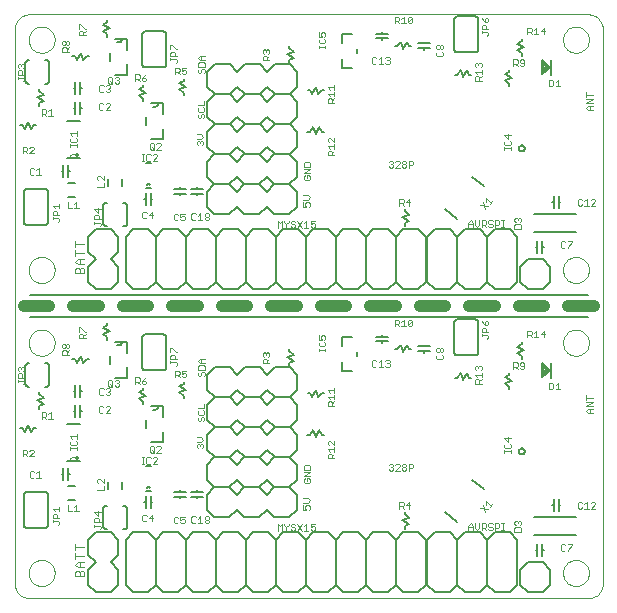
<source format=gto>
G75*
%MOIN*%
%OFA0B0*%
%FSLAX24Y24*%
%IPPOS*%
%LPD*%
%AMOC8*
5,1,8,0,0,1.08239X$1,22.5*
%
%ADD10C,0.0060*%
%ADD11C,0.0000*%
%ADD12C,0.0020*%
%ADD13C,0.0030*%
%ADD14C,0.0400*%
%ADD15C,0.0050*%
%ADD16C,0.0079*%
%ADD17C,0.0080*%
D10*
X005910Y003300D02*
X005910Y004300D01*
X005912Y004317D01*
X005916Y004334D01*
X005923Y004350D01*
X005933Y004364D01*
X005946Y004377D01*
X005960Y004387D01*
X005976Y004394D01*
X005993Y004398D01*
X006010Y004400D01*
X006610Y004400D01*
X006627Y004398D01*
X006644Y004394D01*
X006660Y004387D01*
X006674Y004377D01*
X006687Y004364D01*
X006697Y004350D01*
X006704Y004334D01*
X006708Y004317D01*
X006710Y004300D01*
X006710Y003300D01*
X006708Y003283D01*
X006704Y003266D01*
X006697Y003250D01*
X006687Y003236D01*
X006674Y003223D01*
X006660Y003213D01*
X006644Y003206D01*
X006627Y003202D01*
X006610Y003200D01*
X006010Y003200D01*
X005993Y003202D01*
X005976Y003206D01*
X005960Y003213D01*
X005946Y003223D01*
X005933Y003236D01*
X005923Y003250D01*
X005916Y003266D01*
X005912Y003283D01*
X005910Y003300D01*
X007392Y004114D02*
X007628Y004114D01*
X007628Y004586D02*
X007392Y004586D01*
X007340Y005440D02*
X007440Y005440D01*
X007680Y005440D01*
X007780Y005440D01*
X008724Y004718D02*
X008724Y004482D01*
X009196Y004482D02*
X009196Y004718D01*
X009970Y004430D02*
X010150Y004430D01*
X010110Y004540D02*
X010091Y004547D01*
X010070Y004551D01*
X010050Y004551D01*
X010029Y004547D01*
X010010Y004540D01*
X009970Y005270D02*
X010150Y005270D01*
X010150Y006050D02*
X010540Y006050D01*
X010540Y006410D01*
X010540Y006890D02*
X010540Y007250D01*
X010380Y007250D01*
X010150Y007250D01*
X010220Y007140D02*
X010240Y007134D01*
X010261Y007132D01*
X010282Y007134D01*
X010302Y007139D01*
X010321Y007147D01*
X010338Y007159D01*
X010352Y007174D01*
X010365Y007191D01*
X010373Y007209D01*
X010379Y007229D01*
X010381Y007250D01*
X009980Y006780D02*
X009980Y006520D01*
X009340Y008200D02*
X008950Y008200D01*
X009340Y008200D02*
X009340Y008560D01*
X009340Y009040D02*
X009340Y009400D01*
X009180Y009400D01*
X008950Y009400D01*
X009020Y009290D02*
X009040Y009284D01*
X009061Y009282D01*
X009082Y009284D01*
X009102Y009289D01*
X009121Y009297D01*
X009138Y009309D01*
X009152Y009324D01*
X009165Y009341D01*
X009173Y009359D01*
X009179Y009379D01*
X009181Y009400D01*
X008780Y008930D02*
X008780Y008670D01*
X009860Y008550D02*
X009860Y009550D01*
X009862Y009567D01*
X009866Y009584D01*
X009873Y009600D01*
X009883Y009614D01*
X009896Y009627D01*
X009910Y009637D01*
X009926Y009644D01*
X009943Y009648D01*
X009960Y009650D01*
X010560Y009650D01*
X010577Y009648D01*
X010594Y009644D01*
X010610Y009637D01*
X010624Y009627D01*
X010637Y009614D01*
X010647Y009600D01*
X010654Y009584D01*
X010658Y009567D01*
X010660Y009550D01*
X010660Y008550D01*
X010658Y008533D01*
X010654Y008516D01*
X010647Y008500D01*
X010637Y008486D01*
X010624Y008473D01*
X010610Y008463D01*
X010594Y008456D01*
X010577Y008452D01*
X010560Y008450D01*
X009960Y008450D01*
X009943Y008452D01*
X009926Y008456D01*
X009910Y008463D01*
X009896Y008473D01*
X009883Y008486D01*
X009873Y008500D01*
X009866Y008516D01*
X009862Y008533D01*
X009860Y008550D01*
X012020Y008300D02*
X012020Y007800D01*
X012270Y007550D01*
X012020Y007300D01*
X012020Y006800D01*
X012270Y006550D01*
X012770Y006550D01*
X013020Y006800D01*
X013270Y006550D01*
X013770Y006550D01*
X014020Y006800D01*
X014270Y006550D01*
X014770Y006550D01*
X015020Y006800D01*
X015020Y007300D01*
X014770Y007550D01*
X014270Y007550D01*
X014020Y007300D01*
X013770Y007550D01*
X013270Y007550D01*
X013020Y007300D01*
X012770Y007550D01*
X012270Y007550D01*
X012770Y007550D01*
X013020Y007800D01*
X013270Y007550D01*
X013770Y007550D01*
X014020Y007800D01*
X014270Y007550D01*
X014770Y007550D01*
X015020Y007800D01*
X015020Y008300D01*
X014770Y008550D01*
X014270Y008550D01*
X014020Y008300D01*
X013770Y008550D01*
X013270Y008550D01*
X013020Y008300D01*
X012770Y008550D01*
X012270Y008550D01*
X012020Y008300D01*
X012270Y006550D02*
X012020Y006300D01*
X012020Y005800D01*
X012270Y005550D01*
X012770Y005550D01*
X013020Y005800D01*
X013270Y005550D01*
X013770Y005550D01*
X014020Y005800D01*
X014270Y005550D01*
X014770Y005550D01*
X015020Y005800D01*
X015020Y006300D01*
X014770Y006550D01*
X014270Y006550D01*
X014020Y006300D01*
X013770Y006550D01*
X013270Y006550D01*
X013020Y006300D01*
X012770Y006550D01*
X012270Y006550D01*
X012260Y005550D02*
X012010Y005300D01*
X012010Y004800D01*
X012260Y004550D01*
X012760Y004550D01*
X013010Y004800D01*
X013260Y004550D01*
X013760Y004550D01*
X014010Y004800D01*
X014260Y004550D01*
X014760Y004550D01*
X015010Y004800D01*
X015010Y005300D01*
X014760Y005550D01*
X014260Y005550D01*
X014010Y005300D01*
X013760Y005550D01*
X013260Y005550D01*
X013010Y005300D01*
X012760Y005550D01*
X012260Y005550D01*
X012260Y004550D02*
X012010Y004300D01*
X012010Y003800D01*
X012260Y003550D01*
X012760Y003550D01*
X013010Y003800D01*
X013260Y003550D01*
X013760Y003550D01*
X014010Y003800D01*
X014260Y003550D01*
X014760Y003550D01*
X015010Y003800D01*
X015010Y004300D01*
X014760Y004550D01*
X014260Y004550D01*
X014010Y004300D01*
X013760Y004550D01*
X013260Y004550D01*
X013010Y004300D01*
X012760Y004550D01*
X012260Y004550D01*
X012060Y003050D02*
X011560Y003050D01*
X011310Y002800D01*
X011310Y001300D01*
X011560Y001050D01*
X012060Y001050D01*
X012310Y001300D01*
X012310Y002800D01*
X012560Y003050D01*
X013060Y003050D01*
X013310Y002800D01*
X013310Y001300D01*
X013560Y001050D01*
X014060Y001050D01*
X014310Y001300D01*
X014310Y002800D01*
X014560Y003050D01*
X015060Y003050D01*
X015310Y002800D01*
X015310Y001300D01*
X015560Y001050D01*
X016060Y001050D01*
X016310Y001300D01*
X016310Y002800D01*
X016560Y003050D01*
X017060Y003050D01*
X017310Y002800D01*
X017310Y001300D01*
X017060Y001050D01*
X016560Y001050D01*
X016310Y001300D01*
X017310Y001300D02*
X017560Y001050D01*
X018060Y001050D01*
X018310Y001300D01*
X018560Y001050D01*
X019060Y001050D01*
X019310Y001300D01*
X019310Y002800D01*
X019060Y003050D01*
X018560Y003050D01*
X018310Y002800D01*
X018310Y001300D01*
X019360Y001300D02*
X019360Y002800D01*
X019610Y003050D01*
X020110Y003050D01*
X020360Y002800D01*
X020360Y001300D01*
X020610Y001050D01*
X021110Y001050D01*
X021360Y001300D01*
X021610Y001050D01*
X022110Y001050D01*
X022360Y001300D01*
X022360Y002800D01*
X022110Y003050D01*
X021610Y003050D01*
X021360Y002800D01*
X021360Y001300D01*
X020360Y001300D02*
X020110Y001050D01*
X019610Y001050D01*
X019360Y001300D01*
X020360Y002800D02*
X020610Y003050D01*
X021110Y003050D01*
X021360Y002800D01*
X022460Y001800D02*
X022710Y002050D01*
X023210Y002050D01*
X023460Y001800D01*
X023460Y001300D01*
X023210Y001050D01*
X022710Y001050D01*
X022460Y001300D01*
X022460Y001800D01*
X018310Y002800D02*
X018060Y003050D01*
X017560Y003050D01*
X017310Y002800D01*
X016310Y002800D02*
X016060Y003050D01*
X015560Y003050D01*
X015310Y002800D01*
X014310Y002800D02*
X014060Y003050D01*
X013560Y003050D01*
X013310Y002800D01*
X012310Y002800D02*
X012060Y003050D01*
X011310Y002800D02*
X011060Y003050D01*
X010560Y003050D01*
X010310Y002800D01*
X010310Y001300D01*
X010560Y001050D01*
X011060Y001050D01*
X011310Y001300D01*
X010310Y001300D02*
X010060Y001050D01*
X009560Y001050D01*
X009310Y001300D01*
X009310Y002800D01*
X009560Y003050D01*
X010060Y003050D01*
X010310Y002800D01*
X012310Y001300D02*
X012560Y001050D01*
X013060Y001050D01*
X013310Y001300D01*
X014310Y001300D02*
X014560Y001050D01*
X015060Y001050D01*
X015310Y001300D01*
X007780Y006660D02*
X007340Y006660D01*
X006110Y010220D02*
X024710Y010220D01*
X024710Y010950D02*
X006110Y010950D01*
X006010Y013300D02*
X006610Y013300D01*
X006627Y013302D01*
X006644Y013306D01*
X006660Y013313D01*
X006674Y013323D01*
X006687Y013336D01*
X006697Y013350D01*
X006704Y013366D01*
X006708Y013383D01*
X006710Y013400D01*
X006710Y014400D01*
X006708Y014417D01*
X006704Y014434D01*
X006697Y014450D01*
X006687Y014464D01*
X006674Y014477D01*
X006660Y014487D01*
X006644Y014494D01*
X006627Y014498D01*
X006610Y014500D01*
X006010Y014500D01*
X005993Y014498D01*
X005976Y014494D01*
X005960Y014487D01*
X005946Y014477D01*
X005933Y014464D01*
X005923Y014450D01*
X005916Y014434D01*
X005912Y014417D01*
X005910Y014400D01*
X005910Y013400D01*
X005912Y013383D01*
X005916Y013366D01*
X005923Y013350D01*
X005933Y013336D01*
X005946Y013323D01*
X005960Y013313D01*
X005976Y013306D01*
X005993Y013302D01*
X006010Y013300D01*
X007392Y014214D02*
X007628Y014214D01*
X007628Y014686D02*
X007392Y014686D01*
X007340Y015540D02*
X007440Y015540D01*
X007680Y015540D01*
X007780Y015540D01*
X008724Y014818D02*
X008724Y014582D01*
X009196Y014582D02*
X009196Y014818D01*
X009970Y014530D02*
X010150Y014530D01*
X010110Y014640D02*
X010091Y014647D01*
X010070Y014651D01*
X010050Y014651D01*
X010029Y014647D01*
X010010Y014640D01*
X009970Y015370D02*
X010150Y015370D01*
X010150Y016150D02*
X010540Y016150D01*
X010540Y016510D01*
X010540Y016990D02*
X010540Y017350D01*
X010380Y017350D01*
X010150Y017350D01*
X010220Y017240D02*
X010240Y017234D01*
X010261Y017232D01*
X010282Y017234D01*
X010302Y017239D01*
X010321Y017247D01*
X010338Y017259D01*
X010352Y017274D01*
X010365Y017291D01*
X010373Y017309D01*
X010379Y017329D01*
X010381Y017350D01*
X009980Y016880D02*
X009980Y016620D01*
X009340Y018300D02*
X008950Y018300D01*
X009340Y018300D02*
X009340Y018660D01*
X009340Y019140D02*
X009340Y019500D01*
X009180Y019500D01*
X008950Y019500D01*
X009020Y019390D02*
X009040Y019384D01*
X009061Y019382D01*
X009082Y019384D01*
X009102Y019389D01*
X009121Y019397D01*
X009138Y019409D01*
X009152Y019424D01*
X009165Y019441D01*
X009173Y019459D01*
X009179Y019479D01*
X009181Y019500D01*
X008780Y019030D02*
X008780Y018770D01*
X009860Y018650D02*
X009860Y019650D01*
X009862Y019667D01*
X009866Y019684D01*
X009873Y019700D01*
X009883Y019714D01*
X009896Y019727D01*
X009910Y019737D01*
X009926Y019744D01*
X009943Y019748D01*
X009960Y019750D01*
X010560Y019750D01*
X010577Y019748D01*
X010594Y019744D01*
X010610Y019737D01*
X010624Y019727D01*
X010637Y019714D01*
X010647Y019700D01*
X010654Y019684D01*
X010658Y019667D01*
X010660Y019650D01*
X010660Y018650D01*
X010658Y018633D01*
X010654Y018616D01*
X010647Y018600D01*
X010637Y018586D01*
X010624Y018573D01*
X010610Y018563D01*
X010594Y018556D01*
X010577Y018552D01*
X010560Y018550D01*
X009960Y018550D01*
X009943Y018552D01*
X009926Y018556D01*
X009910Y018563D01*
X009896Y018573D01*
X009883Y018586D01*
X009873Y018600D01*
X009866Y018616D01*
X009862Y018633D01*
X009860Y018650D01*
X012020Y018400D02*
X012020Y017900D01*
X012270Y017650D01*
X012020Y017400D01*
X012020Y016900D01*
X012270Y016650D01*
X012770Y016650D01*
X013020Y016900D01*
X013270Y016650D01*
X013770Y016650D01*
X014020Y016900D01*
X014270Y016650D01*
X014770Y016650D01*
X015020Y016900D01*
X015020Y017400D01*
X014770Y017650D01*
X014270Y017650D01*
X014020Y017400D01*
X013770Y017650D01*
X013270Y017650D01*
X013020Y017400D01*
X012770Y017650D01*
X012270Y017650D01*
X012770Y017650D01*
X013020Y017900D01*
X013270Y017650D01*
X013770Y017650D01*
X014020Y017900D01*
X014270Y017650D01*
X014770Y017650D01*
X015020Y017900D01*
X015020Y018400D01*
X014770Y018650D01*
X014270Y018650D01*
X014020Y018400D01*
X013770Y018650D01*
X013270Y018650D01*
X013020Y018400D01*
X012770Y018650D01*
X012270Y018650D01*
X012020Y018400D01*
X012270Y016650D02*
X012020Y016400D01*
X012020Y015900D01*
X012270Y015650D01*
X012770Y015650D01*
X013020Y015900D01*
X013270Y015650D01*
X013770Y015650D01*
X014020Y015900D01*
X014270Y015650D01*
X014770Y015650D01*
X015020Y015900D01*
X015020Y016400D01*
X014770Y016650D01*
X014270Y016650D01*
X014020Y016400D01*
X013770Y016650D01*
X013270Y016650D01*
X013020Y016400D01*
X012770Y016650D01*
X012270Y016650D01*
X012260Y015650D02*
X012010Y015400D01*
X012010Y014900D01*
X012260Y014650D01*
X012760Y014650D01*
X013010Y014900D01*
X013260Y014650D01*
X013760Y014650D01*
X014010Y014900D01*
X014260Y014650D01*
X014760Y014650D01*
X015010Y014900D01*
X015010Y015400D01*
X014760Y015650D01*
X014260Y015650D01*
X014010Y015400D01*
X013760Y015650D01*
X013260Y015650D01*
X013010Y015400D01*
X012760Y015650D01*
X012260Y015650D01*
X012260Y014650D02*
X012010Y014400D01*
X012010Y013900D01*
X012260Y013650D01*
X012760Y013650D01*
X013010Y013900D01*
X013260Y013650D01*
X013760Y013650D01*
X014010Y013900D01*
X014260Y013650D01*
X014760Y013650D01*
X015010Y013900D01*
X015010Y014400D01*
X014760Y014650D01*
X014260Y014650D01*
X014010Y014400D01*
X013760Y014650D01*
X013260Y014650D01*
X013010Y014400D01*
X012760Y014650D01*
X012260Y014650D01*
X012060Y013150D02*
X011560Y013150D01*
X011310Y012900D01*
X011310Y011400D01*
X011560Y011150D01*
X012060Y011150D01*
X012310Y011400D01*
X012310Y012900D01*
X012560Y013150D01*
X013060Y013150D01*
X013310Y012900D01*
X013310Y011400D01*
X013560Y011150D01*
X014060Y011150D01*
X014310Y011400D01*
X014310Y012900D01*
X014560Y013150D01*
X015060Y013150D01*
X015310Y012900D01*
X015310Y011400D01*
X015560Y011150D01*
X016060Y011150D01*
X016310Y011400D01*
X016310Y012900D01*
X016560Y013150D01*
X017060Y013150D01*
X017310Y012900D01*
X017310Y011400D01*
X017060Y011150D01*
X016560Y011150D01*
X016310Y011400D01*
X017310Y011400D02*
X017560Y011150D01*
X018060Y011150D01*
X018310Y011400D01*
X018560Y011150D01*
X019060Y011150D01*
X019310Y011400D01*
X019310Y012900D01*
X019060Y013150D01*
X018560Y013150D01*
X018310Y012900D01*
X018310Y011400D01*
X019360Y011400D02*
X019360Y012900D01*
X019610Y013150D01*
X020110Y013150D01*
X020360Y012900D01*
X020360Y011400D01*
X020610Y011150D01*
X021110Y011150D01*
X021360Y011400D01*
X021610Y011150D01*
X022110Y011150D01*
X022360Y011400D01*
X022360Y012900D01*
X022110Y013150D01*
X021610Y013150D01*
X021360Y012900D01*
X021360Y011400D01*
X020360Y011400D02*
X020110Y011150D01*
X019610Y011150D01*
X019360Y011400D01*
X020360Y010150D02*
X020960Y010150D01*
X020977Y010148D01*
X020994Y010144D01*
X021010Y010137D01*
X021024Y010127D01*
X021037Y010114D01*
X021047Y010100D01*
X021054Y010084D01*
X021058Y010067D01*
X021060Y010050D01*
X021060Y009050D01*
X021058Y009033D01*
X021054Y009016D01*
X021047Y009000D01*
X021037Y008986D01*
X021024Y008973D01*
X021010Y008963D01*
X020994Y008956D01*
X020977Y008952D01*
X020960Y008950D01*
X020360Y008950D01*
X020343Y008952D01*
X020326Y008956D01*
X020310Y008963D01*
X020296Y008973D01*
X020283Y008986D01*
X020273Y009000D01*
X020266Y009016D01*
X020262Y009033D01*
X020260Y009050D01*
X020260Y010050D01*
X020262Y010067D01*
X020266Y010084D01*
X020273Y010100D01*
X020283Y010114D01*
X020296Y010127D01*
X020310Y010137D01*
X020326Y010144D01*
X020343Y010148D01*
X020360Y010150D01*
X022460Y011400D02*
X022460Y011900D01*
X022710Y012150D01*
X023210Y012150D01*
X023460Y011900D01*
X023460Y011400D01*
X023210Y011150D01*
X022710Y011150D01*
X022460Y011400D01*
X021360Y012900D02*
X021110Y013150D01*
X020610Y013150D01*
X020360Y012900D01*
X018310Y012900D02*
X018060Y013150D01*
X017560Y013150D01*
X017310Y012900D01*
X016310Y012900D02*
X016060Y013150D01*
X015560Y013150D01*
X015310Y012900D01*
X014310Y012900D02*
X014060Y013150D01*
X013560Y013150D01*
X013310Y012900D01*
X012310Y012900D02*
X012060Y013150D01*
X011310Y012900D02*
X011060Y013150D01*
X010560Y013150D01*
X010310Y012900D01*
X010310Y011400D01*
X010560Y011150D01*
X011060Y011150D01*
X011310Y011400D01*
X010310Y011400D02*
X010060Y011150D01*
X009560Y011150D01*
X009310Y011400D01*
X009310Y012900D01*
X009560Y013150D01*
X010060Y013150D01*
X010310Y012900D01*
X012310Y011400D02*
X012560Y011150D01*
X013060Y011150D01*
X013310Y011400D01*
X014310Y011400D02*
X014560Y011150D01*
X015060Y011150D01*
X015310Y011400D01*
X007780Y016760D02*
X007340Y016760D01*
X020260Y019150D02*
X020260Y020150D01*
X020262Y020167D01*
X020266Y020184D01*
X020273Y020200D01*
X020283Y020214D01*
X020296Y020227D01*
X020310Y020237D01*
X020326Y020244D01*
X020343Y020248D01*
X020360Y020250D01*
X020960Y020250D01*
X020977Y020248D01*
X020994Y020244D01*
X021010Y020237D01*
X021024Y020227D01*
X021037Y020214D01*
X021047Y020200D01*
X021054Y020184D01*
X021058Y020167D01*
X021060Y020150D01*
X021060Y019150D01*
X021058Y019133D01*
X021054Y019116D01*
X021047Y019100D01*
X021037Y019086D01*
X021024Y019073D01*
X021010Y019063D01*
X020994Y019056D01*
X020977Y019052D01*
X020960Y019050D01*
X020360Y019050D01*
X020343Y019052D01*
X020326Y019056D01*
X020310Y019063D01*
X020296Y019073D01*
X020283Y019086D01*
X020273Y019100D01*
X020266Y019116D01*
X020262Y019133D01*
X020260Y019150D01*
D11*
X005610Y019820D02*
X005610Y001350D01*
X005612Y001306D01*
X005618Y001263D01*
X005627Y001221D01*
X005640Y001179D01*
X005657Y001139D01*
X005677Y001100D01*
X005700Y001063D01*
X005727Y001029D01*
X005756Y000996D01*
X005789Y000967D01*
X005823Y000940D01*
X005860Y000917D01*
X005899Y000897D01*
X005939Y000880D01*
X005981Y000867D01*
X006023Y000858D01*
X006066Y000852D01*
X006110Y000850D01*
X024716Y000850D01*
X024760Y000852D01*
X024803Y000858D01*
X024845Y000867D01*
X024887Y000880D01*
X024927Y000897D01*
X024966Y000917D01*
X025003Y000940D01*
X025037Y000967D01*
X025070Y000996D01*
X025099Y001029D01*
X025126Y001063D01*
X025149Y001100D01*
X025169Y001139D01*
X025186Y001179D01*
X025199Y001221D01*
X025208Y001263D01*
X025214Y001306D01*
X025216Y001350D01*
X025216Y019820D01*
X025214Y019864D01*
X025208Y019907D01*
X025199Y019949D01*
X025186Y019991D01*
X025169Y020031D01*
X025149Y020070D01*
X025126Y020107D01*
X025099Y020141D01*
X025070Y020174D01*
X025037Y020203D01*
X025003Y020230D01*
X024966Y020253D01*
X024927Y020273D01*
X024887Y020290D01*
X024845Y020303D01*
X024803Y020312D01*
X024760Y020318D01*
X024716Y020320D01*
X006110Y020320D01*
X006066Y020318D01*
X006023Y020312D01*
X005981Y020303D01*
X005939Y020290D01*
X005899Y020273D01*
X005860Y020253D01*
X005823Y020230D01*
X005789Y020203D01*
X005756Y020174D01*
X005727Y020141D01*
X005700Y020107D01*
X005677Y020070D01*
X005657Y020031D01*
X005640Y019991D01*
X005627Y019949D01*
X005618Y019907D01*
X005612Y019864D01*
X005610Y019820D01*
X006075Y019472D02*
X006077Y019513D01*
X006083Y019554D01*
X006093Y019594D01*
X006106Y019633D01*
X006123Y019670D01*
X006144Y019706D01*
X006168Y019740D01*
X006195Y019771D01*
X006224Y019799D01*
X006257Y019825D01*
X006291Y019847D01*
X006328Y019866D01*
X006366Y019881D01*
X006406Y019893D01*
X006446Y019901D01*
X006487Y019905D01*
X006529Y019905D01*
X006570Y019901D01*
X006610Y019893D01*
X006650Y019881D01*
X006688Y019866D01*
X006724Y019847D01*
X006759Y019825D01*
X006792Y019799D01*
X006821Y019771D01*
X006848Y019740D01*
X006872Y019706D01*
X006893Y019670D01*
X006910Y019633D01*
X006923Y019594D01*
X006933Y019554D01*
X006939Y019513D01*
X006941Y019472D01*
X006939Y019431D01*
X006933Y019390D01*
X006923Y019350D01*
X006910Y019311D01*
X006893Y019274D01*
X006872Y019238D01*
X006848Y019204D01*
X006821Y019173D01*
X006792Y019145D01*
X006759Y019119D01*
X006725Y019097D01*
X006688Y019078D01*
X006650Y019063D01*
X006610Y019051D01*
X006570Y019043D01*
X006529Y019039D01*
X006487Y019039D01*
X006446Y019043D01*
X006406Y019051D01*
X006366Y019063D01*
X006328Y019078D01*
X006292Y019097D01*
X006257Y019119D01*
X006224Y019145D01*
X006195Y019173D01*
X006168Y019204D01*
X006144Y019238D01*
X006123Y019274D01*
X006106Y019311D01*
X006093Y019350D01*
X006083Y019390D01*
X006077Y019431D01*
X006075Y019472D01*
X007440Y015540D02*
X007442Y015561D01*
X007447Y015581D01*
X007456Y015600D01*
X007468Y015617D01*
X007483Y015632D01*
X007500Y015644D01*
X007519Y015653D01*
X007539Y015658D01*
X007560Y015660D01*
X007581Y015658D01*
X007601Y015653D01*
X007620Y015644D01*
X007637Y015632D01*
X007652Y015617D01*
X007664Y015600D01*
X007673Y015581D01*
X007678Y015561D01*
X007680Y015540D01*
X006075Y011798D02*
X006077Y011839D01*
X006083Y011880D01*
X006093Y011920D01*
X006106Y011959D01*
X006123Y011996D01*
X006144Y012032D01*
X006168Y012066D01*
X006195Y012097D01*
X006224Y012125D01*
X006257Y012151D01*
X006291Y012173D01*
X006328Y012192D01*
X006366Y012207D01*
X006406Y012219D01*
X006446Y012227D01*
X006487Y012231D01*
X006529Y012231D01*
X006570Y012227D01*
X006610Y012219D01*
X006650Y012207D01*
X006688Y012192D01*
X006724Y012173D01*
X006759Y012151D01*
X006792Y012125D01*
X006821Y012097D01*
X006848Y012066D01*
X006872Y012032D01*
X006893Y011996D01*
X006910Y011959D01*
X006923Y011920D01*
X006933Y011880D01*
X006939Y011839D01*
X006941Y011798D01*
X006939Y011757D01*
X006933Y011716D01*
X006923Y011676D01*
X006910Y011637D01*
X006893Y011600D01*
X006872Y011564D01*
X006848Y011530D01*
X006821Y011499D01*
X006792Y011471D01*
X006759Y011445D01*
X006725Y011423D01*
X006688Y011404D01*
X006650Y011389D01*
X006610Y011377D01*
X006570Y011369D01*
X006529Y011365D01*
X006487Y011365D01*
X006446Y011369D01*
X006406Y011377D01*
X006366Y011389D01*
X006328Y011404D01*
X006292Y011423D01*
X006257Y011445D01*
X006224Y011471D01*
X006195Y011499D01*
X006168Y011530D01*
X006144Y011564D01*
X006123Y011600D01*
X006106Y011637D01*
X006093Y011676D01*
X006083Y011716D01*
X006077Y011757D01*
X006075Y011798D01*
X006075Y009372D02*
X006077Y009413D01*
X006083Y009454D01*
X006093Y009494D01*
X006106Y009533D01*
X006123Y009570D01*
X006144Y009606D01*
X006168Y009640D01*
X006195Y009671D01*
X006224Y009699D01*
X006257Y009725D01*
X006291Y009747D01*
X006328Y009766D01*
X006366Y009781D01*
X006406Y009793D01*
X006446Y009801D01*
X006487Y009805D01*
X006529Y009805D01*
X006570Y009801D01*
X006610Y009793D01*
X006650Y009781D01*
X006688Y009766D01*
X006724Y009747D01*
X006759Y009725D01*
X006792Y009699D01*
X006821Y009671D01*
X006848Y009640D01*
X006872Y009606D01*
X006893Y009570D01*
X006910Y009533D01*
X006923Y009494D01*
X006933Y009454D01*
X006939Y009413D01*
X006941Y009372D01*
X006939Y009331D01*
X006933Y009290D01*
X006923Y009250D01*
X006910Y009211D01*
X006893Y009174D01*
X006872Y009138D01*
X006848Y009104D01*
X006821Y009073D01*
X006792Y009045D01*
X006759Y009019D01*
X006725Y008997D01*
X006688Y008978D01*
X006650Y008963D01*
X006610Y008951D01*
X006570Y008943D01*
X006529Y008939D01*
X006487Y008939D01*
X006446Y008943D01*
X006406Y008951D01*
X006366Y008963D01*
X006328Y008978D01*
X006292Y008997D01*
X006257Y009019D01*
X006224Y009045D01*
X006195Y009073D01*
X006168Y009104D01*
X006144Y009138D01*
X006123Y009174D01*
X006106Y009211D01*
X006093Y009250D01*
X006083Y009290D01*
X006077Y009331D01*
X006075Y009372D01*
X007440Y005440D02*
X007442Y005461D01*
X007447Y005481D01*
X007456Y005500D01*
X007468Y005517D01*
X007483Y005532D01*
X007500Y005544D01*
X007519Y005553D01*
X007539Y005558D01*
X007560Y005560D01*
X007581Y005558D01*
X007601Y005553D01*
X007620Y005544D01*
X007637Y005532D01*
X007652Y005517D01*
X007664Y005500D01*
X007673Y005481D01*
X007678Y005461D01*
X007680Y005440D01*
X006075Y001698D02*
X006077Y001739D01*
X006083Y001780D01*
X006093Y001820D01*
X006106Y001859D01*
X006123Y001896D01*
X006144Y001932D01*
X006168Y001966D01*
X006195Y001997D01*
X006224Y002025D01*
X006257Y002051D01*
X006291Y002073D01*
X006328Y002092D01*
X006366Y002107D01*
X006406Y002119D01*
X006446Y002127D01*
X006487Y002131D01*
X006529Y002131D01*
X006570Y002127D01*
X006610Y002119D01*
X006650Y002107D01*
X006688Y002092D01*
X006724Y002073D01*
X006759Y002051D01*
X006792Y002025D01*
X006821Y001997D01*
X006848Y001966D01*
X006872Y001932D01*
X006893Y001896D01*
X006910Y001859D01*
X006923Y001820D01*
X006933Y001780D01*
X006939Y001739D01*
X006941Y001698D01*
X006939Y001657D01*
X006933Y001616D01*
X006923Y001576D01*
X006910Y001537D01*
X006893Y001500D01*
X006872Y001464D01*
X006848Y001430D01*
X006821Y001399D01*
X006792Y001371D01*
X006759Y001345D01*
X006725Y001323D01*
X006688Y001304D01*
X006650Y001289D01*
X006610Y001277D01*
X006570Y001269D01*
X006529Y001265D01*
X006487Y001265D01*
X006446Y001269D01*
X006406Y001277D01*
X006366Y001289D01*
X006328Y001304D01*
X006292Y001323D01*
X006257Y001345D01*
X006224Y001371D01*
X006195Y001399D01*
X006168Y001430D01*
X006144Y001464D01*
X006123Y001500D01*
X006106Y001537D01*
X006093Y001576D01*
X006083Y001616D01*
X006077Y001657D01*
X006075Y001698D01*
X023885Y001698D02*
X023887Y001739D01*
X023893Y001780D01*
X023903Y001820D01*
X023916Y001859D01*
X023933Y001896D01*
X023954Y001932D01*
X023978Y001966D01*
X024005Y001997D01*
X024034Y002025D01*
X024067Y002051D01*
X024101Y002073D01*
X024138Y002092D01*
X024176Y002107D01*
X024216Y002119D01*
X024256Y002127D01*
X024297Y002131D01*
X024339Y002131D01*
X024380Y002127D01*
X024420Y002119D01*
X024460Y002107D01*
X024498Y002092D01*
X024534Y002073D01*
X024569Y002051D01*
X024602Y002025D01*
X024631Y001997D01*
X024658Y001966D01*
X024682Y001932D01*
X024703Y001896D01*
X024720Y001859D01*
X024733Y001820D01*
X024743Y001780D01*
X024749Y001739D01*
X024751Y001698D01*
X024749Y001657D01*
X024743Y001616D01*
X024733Y001576D01*
X024720Y001537D01*
X024703Y001500D01*
X024682Y001464D01*
X024658Y001430D01*
X024631Y001399D01*
X024602Y001371D01*
X024569Y001345D01*
X024535Y001323D01*
X024498Y001304D01*
X024460Y001289D01*
X024420Y001277D01*
X024380Y001269D01*
X024339Y001265D01*
X024297Y001265D01*
X024256Y001269D01*
X024216Y001277D01*
X024176Y001289D01*
X024138Y001304D01*
X024102Y001323D01*
X024067Y001345D01*
X024034Y001371D01*
X024005Y001399D01*
X023978Y001430D01*
X023954Y001464D01*
X023933Y001500D01*
X023916Y001537D01*
X023903Y001576D01*
X023893Y001616D01*
X023887Y001657D01*
X023885Y001698D01*
X023885Y009372D02*
X023887Y009413D01*
X023893Y009454D01*
X023903Y009494D01*
X023916Y009533D01*
X023933Y009570D01*
X023954Y009606D01*
X023978Y009640D01*
X024005Y009671D01*
X024034Y009699D01*
X024067Y009725D01*
X024101Y009747D01*
X024138Y009766D01*
X024176Y009781D01*
X024216Y009793D01*
X024256Y009801D01*
X024297Y009805D01*
X024339Y009805D01*
X024380Y009801D01*
X024420Y009793D01*
X024460Y009781D01*
X024498Y009766D01*
X024534Y009747D01*
X024569Y009725D01*
X024602Y009699D01*
X024631Y009671D01*
X024658Y009640D01*
X024682Y009606D01*
X024703Y009570D01*
X024720Y009533D01*
X024733Y009494D01*
X024743Y009454D01*
X024749Y009413D01*
X024751Y009372D01*
X024749Y009331D01*
X024743Y009290D01*
X024733Y009250D01*
X024720Y009211D01*
X024703Y009174D01*
X024682Y009138D01*
X024658Y009104D01*
X024631Y009073D01*
X024602Y009045D01*
X024569Y009019D01*
X024535Y008997D01*
X024498Y008978D01*
X024460Y008963D01*
X024420Y008951D01*
X024380Y008943D01*
X024339Y008939D01*
X024297Y008939D01*
X024256Y008943D01*
X024216Y008951D01*
X024176Y008963D01*
X024138Y008978D01*
X024102Y008997D01*
X024067Y009019D01*
X024034Y009045D01*
X024005Y009073D01*
X023978Y009104D01*
X023954Y009138D01*
X023933Y009174D01*
X023916Y009211D01*
X023903Y009250D01*
X023893Y009290D01*
X023887Y009331D01*
X023885Y009372D01*
X023885Y011798D02*
X023887Y011839D01*
X023893Y011880D01*
X023903Y011920D01*
X023916Y011959D01*
X023933Y011996D01*
X023954Y012032D01*
X023978Y012066D01*
X024005Y012097D01*
X024034Y012125D01*
X024067Y012151D01*
X024101Y012173D01*
X024138Y012192D01*
X024176Y012207D01*
X024216Y012219D01*
X024256Y012227D01*
X024297Y012231D01*
X024339Y012231D01*
X024380Y012227D01*
X024420Y012219D01*
X024460Y012207D01*
X024498Y012192D01*
X024534Y012173D01*
X024569Y012151D01*
X024602Y012125D01*
X024631Y012097D01*
X024658Y012066D01*
X024682Y012032D01*
X024703Y011996D01*
X024720Y011959D01*
X024733Y011920D01*
X024743Y011880D01*
X024749Y011839D01*
X024751Y011798D01*
X024749Y011757D01*
X024743Y011716D01*
X024733Y011676D01*
X024720Y011637D01*
X024703Y011600D01*
X024682Y011564D01*
X024658Y011530D01*
X024631Y011499D01*
X024602Y011471D01*
X024569Y011445D01*
X024535Y011423D01*
X024498Y011404D01*
X024460Y011389D01*
X024420Y011377D01*
X024380Y011369D01*
X024339Y011365D01*
X024297Y011365D01*
X024256Y011369D01*
X024216Y011377D01*
X024176Y011389D01*
X024138Y011404D01*
X024102Y011423D01*
X024067Y011445D01*
X024034Y011471D01*
X024005Y011499D01*
X023978Y011530D01*
X023954Y011564D01*
X023933Y011600D01*
X023916Y011637D01*
X023903Y011676D01*
X023893Y011716D01*
X023887Y011757D01*
X023885Y011798D01*
X023885Y019472D02*
X023887Y019513D01*
X023893Y019554D01*
X023903Y019594D01*
X023916Y019633D01*
X023933Y019670D01*
X023954Y019706D01*
X023978Y019740D01*
X024005Y019771D01*
X024034Y019799D01*
X024067Y019825D01*
X024101Y019847D01*
X024138Y019866D01*
X024176Y019881D01*
X024216Y019893D01*
X024256Y019901D01*
X024297Y019905D01*
X024339Y019905D01*
X024380Y019901D01*
X024420Y019893D01*
X024460Y019881D01*
X024498Y019866D01*
X024534Y019847D01*
X024569Y019825D01*
X024602Y019799D01*
X024631Y019771D01*
X024658Y019740D01*
X024682Y019706D01*
X024703Y019670D01*
X024720Y019633D01*
X024733Y019594D01*
X024743Y019554D01*
X024749Y019513D01*
X024751Y019472D01*
X024749Y019431D01*
X024743Y019390D01*
X024733Y019350D01*
X024720Y019311D01*
X024703Y019274D01*
X024682Y019238D01*
X024658Y019204D01*
X024631Y019173D01*
X024602Y019145D01*
X024569Y019119D01*
X024535Y019097D01*
X024498Y019078D01*
X024460Y019063D01*
X024420Y019051D01*
X024380Y019043D01*
X024339Y019039D01*
X024297Y019039D01*
X024256Y019043D01*
X024216Y019051D01*
X024176Y019063D01*
X024138Y019078D01*
X024102Y019097D01*
X024067Y019119D01*
X024034Y019145D01*
X024005Y019173D01*
X023978Y019204D01*
X023954Y019238D01*
X023933Y019274D01*
X023916Y019311D01*
X023903Y019350D01*
X023893Y019390D01*
X023887Y019431D01*
X023885Y019472D01*
D12*
X023249Y019655D02*
X023249Y019875D01*
X023139Y019765D01*
X023286Y019765D01*
X023065Y019655D02*
X022918Y019655D01*
X022992Y019655D02*
X022992Y019875D01*
X022918Y019802D01*
X022844Y019838D02*
X022844Y019765D01*
X022807Y019728D01*
X022697Y019728D01*
X022697Y019655D02*
X022697Y019875D01*
X022807Y019875D01*
X022844Y019838D01*
X022771Y019728D02*
X022844Y019655D01*
X022559Y018815D02*
X022486Y018815D01*
X022449Y018778D01*
X022449Y018742D01*
X022486Y018705D01*
X022596Y018705D01*
X022596Y018632D02*
X022596Y018778D01*
X022559Y018815D01*
X022596Y018632D02*
X022559Y018595D01*
X022486Y018595D01*
X022449Y018632D01*
X022375Y018595D02*
X022302Y018668D01*
X022338Y018668D02*
X022228Y018668D01*
X022228Y018595D02*
X022228Y018815D01*
X022338Y018815D01*
X022375Y018778D01*
X022375Y018705D01*
X022338Y018668D01*
X021175Y018662D02*
X021175Y018589D01*
X021138Y018552D01*
X021175Y018478D02*
X021175Y018331D01*
X021175Y018404D02*
X020955Y018404D01*
X021028Y018331D01*
X020992Y018257D02*
X021065Y018257D01*
X021102Y018220D01*
X021102Y018110D01*
X021175Y018110D02*
X020955Y018110D01*
X020955Y018220D01*
X020992Y018257D01*
X021102Y018183D02*
X021175Y018257D01*
X020992Y018552D02*
X020955Y018589D01*
X020955Y018662D01*
X020992Y018699D01*
X021028Y018699D01*
X021065Y018662D01*
X021102Y018699D01*
X021138Y018699D01*
X021175Y018662D01*
X021065Y018662D02*
X021065Y018625D01*
X021363Y019610D02*
X021400Y019647D01*
X021400Y019683D01*
X021363Y019720D01*
X021180Y019720D01*
X021180Y019683D02*
X021180Y019757D01*
X021180Y019831D02*
X021180Y019941D01*
X021217Y019978D01*
X021290Y019978D01*
X021327Y019941D01*
X021327Y019831D01*
X021400Y019831D02*
X021180Y019831D01*
X021290Y020052D02*
X021290Y020162D01*
X021327Y020199D01*
X021363Y020199D01*
X021400Y020162D01*
X021400Y020089D01*
X021363Y020052D01*
X021290Y020052D01*
X021217Y020125D01*
X021180Y020199D01*
X019885Y019261D02*
X019885Y019188D01*
X019848Y019151D01*
X019812Y019151D01*
X019775Y019188D01*
X019775Y019261D01*
X019812Y019298D01*
X019848Y019298D01*
X019885Y019261D01*
X019775Y019261D02*
X019738Y019298D01*
X019702Y019298D01*
X019665Y019261D01*
X019665Y019188D01*
X019702Y019151D01*
X019738Y019151D01*
X019775Y019188D01*
X019702Y019077D02*
X019665Y019040D01*
X019665Y018967D01*
X019702Y018930D01*
X019848Y018930D01*
X019885Y018967D01*
X019885Y019040D01*
X019848Y019077D01*
X018869Y020052D02*
X018832Y020015D01*
X018759Y020015D01*
X018722Y020052D01*
X018869Y020198D01*
X018869Y020052D01*
X018869Y020198D02*
X018832Y020235D01*
X018759Y020235D01*
X018722Y020198D01*
X018722Y020052D01*
X018648Y020015D02*
X018501Y020015D01*
X018574Y020015D02*
X018574Y020235D01*
X018501Y020162D01*
X018427Y020198D02*
X018427Y020125D01*
X018390Y020088D01*
X018280Y020088D01*
X018280Y020015D02*
X018280Y020235D01*
X018390Y020235D01*
X018427Y020198D01*
X018353Y020088D02*
X018427Y020015D01*
X018072Y018895D02*
X018109Y018858D01*
X018109Y018822D01*
X018072Y018785D01*
X018109Y018748D01*
X018109Y018712D01*
X018072Y018675D01*
X017999Y018675D01*
X017962Y018712D01*
X017888Y018675D02*
X017741Y018675D01*
X017814Y018675D02*
X017814Y018895D01*
X017741Y018822D01*
X017667Y018858D02*
X017630Y018895D01*
X017557Y018895D01*
X017520Y018858D01*
X017520Y018712D01*
X017557Y018675D01*
X017630Y018675D01*
X017667Y018712D01*
X017962Y018858D02*
X017999Y018895D01*
X018072Y018895D01*
X018072Y018785D02*
X018035Y018785D01*
X016265Y017956D02*
X016265Y017809D01*
X016265Y017882D02*
X016045Y017882D01*
X016118Y017809D01*
X016045Y017661D02*
X016265Y017661D01*
X016265Y017588D02*
X016265Y017735D01*
X016118Y017588D02*
X016045Y017661D01*
X016082Y017514D02*
X016155Y017514D01*
X016192Y017477D01*
X016192Y017367D01*
X016265Y017367D02*
X016045Y017367D01*
X016045Y017477D01*
X016082Y017514D01*
X016192Y017440D02*
X016265Y017514D01*
X016265Y016209D02*
X016265Y016062D01*
X016118Y016209D01*
X016082Y016209D01*
X016045Y016172D01*
X016045Y016099D01*
X016082Y016062D01*
X016045Y015914D02*
X016265Y015914D01*
X016265Y015841D02*
X016265Y015988D01*
X016118Y015841D02*
X016045Y015914D01*
X016082Y015767D02*
X016155Y015767D01*
X016192Y015730D01*
X016192Y015620D01*
X016265Y015620D02*
X016045Y015620D01*
X016045Y015730D01*
X016082Y015767D01*
X016192Y015693D02*
X016265Y015767D01*
X015460Y015352D02*
X015423Y015389D01*
X015277Y015389D01*
X015240Y015352D01*
X015240Y015242D01*
X015460Y015242D01*
X015460Y015352D01*
X015460Y015168D02*
X015240Y015168D01*
X015240Y015021D02*
X015460Y015168D01*
X015460Y015021D02*
X015240Y015021D01*
X015277Y014947D02*
X015240Y014910D01*
X015240Y014837D01*
X015277Y014800D01*
X015423Y014800D01*
X015460Y014837D01*
X015460Y014910D01*
X015423Y014947D01*
X015350Y014947D01*
X015350Y014873D01*
X015327Y013430D02*
X015327Y013210D01*
X015254Y013210D02*
X015401Y013210D01*
X015475Y013247D02*
X015512Y013210D01*
X015585Y013210D01*
X015622Y013247D01*
X015622Y013320D01*
X015585Y013357D01*
X015548Y013357D01*
X015475Y013320D01*
X015475Y013430D01*
X015622Y013430D01*
X015327Y013430D02*
X015254Y013357D01*
X015180Y013430D02*
X015033Y013210D01*
X014959Y013247D02*
X014922Y013210D01*
X014849Y013210D01*
X014812Y013247D01*
X014849Y013320D02*
X014812Y013357D01*
X014812Y013393D01*
X014849Y013430D01*
X014922Y013430D01*
X014959Y013393D01*
X014922Y013320D02*
X014959Y013283D01*
X014959Y013247D01*
X014922Y013320D02*
X014849Y013320D01*
X014738Y013393D02*
X014738Y013430D01*
X014738Y013393D02*
X014664Y013320D01*
X014664Y013210D01*
X014664Y013320D02*
X014591Y013393D01*
X014591Y013430D01*
X014517Y013430D02*
X014517Y013210D01*
X014370Y013210D02*
X014370Y013430D01*
X014443Y013357D01*
X014517Y013430D01*
X015033Y013430D02*
X015180Y013210D01*
X018076Y015247D02*
X018113Y015210D01*
X018186Y015210D01*
X018223Y015247D01*
X018223Y015283D01*
X018186Y015320D01*
X018150Y015320D01*
X018186Y015320D02*
X018223Y015357D01*
X018223Y015393D01*
X018186Y015430D01*
X018113Y015430D01*
X018076Y015393D01*
X018297Y015393D02*
X018334Y015430D01*
X018407Y015430D01*
X018444Y015393D01*
X018444Y015357D01*
X018297Y015210D01*
X018444Y015210D01*
X018518Y015247D02*
X018518Y015283D01*
X018555Y015320D01*
X018628Y015320D01*
X018665Y015283D01*
X018665Y015247D01*
X018628Y015210D01*
X018555Y015210D01*
X018518Y015247D01*
X018555Y015320D02*
X018518Y015357D01*
X018518Y015393D01*
X018555Y015430D01*
X018628Y015430D01*
X018665Y015393D01*
X018665Y015357D01*
X018628Y015320D01*
X018739Y015283D02*
X018849Y015283D01*
X018886Y015320D01*
X018886Y015393D01*
X018849Y015430D01*
X018739Y015430D01*
X018739Y015210D01*
X018761Y014165D02*
X018651Y014055D01*
X018798Y014055D01*
X018761Y013945D02*
X018761Y014165D01*
X018577Y014128D02*
X018577Y014055D01*
X018540Y014018D01*
X018430Y014018D01*
X018430Y013945D02*
X018430Y014165D01*
X018540Y014165D01*
X018577Y014128D01*
X018503Y014018D02*
X018577Y013945D01*
X020730Y013377D02*
X020803Y013450D01*
X020877Y013377D01*
X020877Y013230D01*
X020951Y013303D02*
X021024Y013230D01*
X021098Y013303D01*
X021098Y013450D01*
X021172Y013450D02*
X021172Y013230D01*
X021172Y013303D02*
X021282Y013303D01*
X021319Y013340D01*
X021319Y013413D01*
X021282Y013450D01*
X021172Y013450D01*
X021245Y013303D02*
X021319Y013230D01*
X021393Y013267D02*
X021430Y013230D01*
X021503Y013230D01*
X021540Y013267D01*
X021540Y013303D01*
X021503Y013340D01*
X021430Y013340D01*
X021393Y013377D01*
X021393Y013413D01*
X021430Y013450D01*
X021503Y013450D01*
X021540Y013413D01*
X021614Y013450D02*
X021724Y013450D01*
X021761Y013413D01*
X021761Y013340D01*
X021724Y013303D01*
X021614Y013303D01*
X021614Y013230D02*
X021614Y013450D01*
X021835Y013450D02*
X021908Y013450D01*
X021872Y013450D02*
X021872Y013230D01*
X021908Y013230D02*
X021835Y013230D01*
X022266Y013287D02*
X022266Y013177D01*
X022486Y013177D01*
X022486Y013287D01*
X022450Y013324D01*
X022303Y013324D01*
X022266Y013287D01*
X022303Y013398D02*
X022266Y013435D01*
X022266Y013508D01*
X022303Y013545D01*
X022340Y013545D01*
X022376Y013508D01*
X022413Y013545D01*
X022450Y013545D01*
X022486Y013508D01*
X022486Y013435D01*
X022450Y013398D01*
X022376Y013471D02*
X022376Y013508D01*
X021536Y014098D02*
X021442Y013985D01*
X021489Y014041D02*
X021320Y014182D01*
X021329Y014079D01*
X021225Y014069D02*
X021301Y013815D01*
X021395Y013928D02*
X021131Y013956D01*
X020951Y013450D02*
X020951Y013303D01*
X020877Y013340D02*
X020730Y013340D01*
X020730Y013377D02*
X020730Y013230D01*
X021930Y015810D02*
X021930Y015883D01*
X021930Y015847D02*
X022150Y015847D01*
X022150Y015883D02*
X022150Y015810D01*
X022113Y015957D02*
X021967Y015957D01*
X021930Y015994D01*
X021930Y016067D01*
X021967Y016104D01*
X022040Y016178D02*
X021930Y016288D01*
X022150Y016288D01*
X022040Y016325D02*
X022040Y016178D01*
X022113Y016104D02*
X022150Y016067D01*
X022150Y015994D01*
X022113Y015957D01*
X023418Y017915D02*
X023528Y017915D01*
X023565Y017952D01*
X023565Y018098D01*
X023528Y018135D01*
X023418Y018135D01*
X023418Y017915D01*
X023639Y017915D02*
X023786Y017915D01*
X023713Y017915D02*
X023713Y018135D01*
X023639Y018062D01*
X024660Y017719D02*
X024660Y017572D01*
X024660Y017645D02*
X024880Y017645D01*
X024880Y017498D02*
X024660Y017498D01*
X024660Y017351D02*
X024880Y017498D01*
X024880Y017351D02*
X024660Y017351D01*
X024733Y017277D02*
X024880Y017277D01*
X024770Y017277D02*
X024770Y017130D01*
X024733Y017130D02*
X024660Y017203D01*
X024733Y017277D01*
X024733Y017130D02*
X024880Y017130D01*
X024859Y014165D02*
X024822Y014128D01*
X024859Y014165D02*
X024932Y014165D01*
X024969Y014128D01*
X024969Y014092D01*
X024822Y013945D01*
X024969Y013945D01*
X024748Y013945D02*
X024601Y013945D01*
X024674Y013945D02*
X024674Y014165D01*
X024601Y014092D01*
X024527Y014128D02*
X024490Y014165D01*
X024417Y014165D01*
X024380Y014128D01*
X024380Y013982D01*
X024417Y013945D01*
X024490Y013945D01*
X024527Y013982D01*
X024186Y012755D02*
X024186Y012718D01*
X024039Y012572D01*
X024039Y012535D01*
X023965Y012572D02*
X023928Y012535D01*
X023855Y012535D01*
X023818Y012572D01*
X023818Y012718D01*
X023855Y012755D01*
X023928Y012755D01*
X023965Y012718D01*
X024039Y012755D02*
X024186Y012755D01*
X021400Y010062D02*
X021363Y010099D01*
X021327Y010099D01*
X021290Y010062D01*
X021290Y009952D01*
X021363Y009952D01*
X021400Y009989D01*
X021400Y010062D01*
X021290Y009952D02*
X021217Y010025D01*
X021180Y010099D01*
X021217Y009878D02*
X021290Y009878D01*
X021327Y009841D01*
X021327Y009731D01*
X021400Y009731D02*
X021180Y009731D01*
X021180Y009841D01*
X021217Y009878D01*
X021180Y009657D02*
X021180Y009583D01*
X021180Y009620D02*
X021363Y009620D01*
X021400Y009583D01*
X021400Y009547D01*
X021363Y009510D01*
X022228Y008715D02*
X022338Y008715D01*
X022375Y008678D01*
X022375Y008605D01*
X022338Y008568D01*
X022228Y008568D01*
X022228Y008495D02*
X022228Y008715D01*
X022302Y008568D02*
X022375Y008495D01*
X022449Y008532D02*
X022486Y008495D01*
X022559Y008495D01*
X022596Y008532D01*
X022596Y008678D01*
X022559Y008715D01*
X022486Y008715D01*
X022449Y008678D01*
X022449Y008642D01*
X022486Y008605D01*
X022596Y008605D01*
X023418Y008035D02*
X023418Y007815D01*
X023528Y007815D01*
X023565Y007852D01*
X023565Y007998D01*
X023528Y008035D01*
X023418Y008035D01*
X023639Y007962D02*
X023713Y008035D01*
X023713Y007815D01*
X023786Y007815D02*
X023639Y007815D01*
X024660Y007619D02*
X024660Y007472D01*
X024660Y007545D02*
X024880Y007545D01*
X024880Y007398D02*
X024660Y007398D01*
X024660Y007251D02*
X024880Y007398D01*
X024880Y007251D02*
X024660Y007251D01*
X024733Y007177D02*
X024880Y007177D01*
X024770Y007177D02*
X024770Y007030D01*
X024733Y007030D02*
X024660Y007103D01*
X024733Y007177D01*
X024733Y007030D02*
X024880Y007030D01*
X022150Y006188D02*
X021930Y006188D01*
X022040Y006078D01*
X022040Y006225D01*
X021967Y006004D02*
X021930Y005967D01*
X021930Y005894D01*
X021967Y005857D01*
X022113Y005857D01*
X022150Y005894D01*
X022150Y005967D01*
X022113Y006004D01*
X022150Y005783D02*
X022150Y005710D01*
X022150Y005747D02*
X021930Y005747D01*
X021930Y005783D02*
X021930Y005710D01*
X021320Y004082D02*
X021489Y003941D01*
X021442Y003885D02*
X021536Y003998D01*
X021329Y003979D02*
X021320Y004082D01*
X021225Y003969D02*
X021301Y003715D01*
X021395Y003828D02*
X021131Y003856D01*
X021098Y003350D02*
X021098Y003203D01*
X021024Y003130D01*
X020951Y003203D01*
X020951Y003350D01*
X020877Y003277D02*
X020877Y003130D01*
X020877Y003240D02*
X020730Y003240D01*
X020730Y003277D02*
X020803Y003350D01*
X020877Y003277D01*
X020730Y003277D02*
X020730Y003130D01*
X021172Y003130D02*
X021172Y003350D01*
X021282Y003350D01*
X021319Y003313D01*
X021319Y003240D01*
X021282Y003203D01*
X021172Y003203D01*
X021245Y003203D02*
X021319Y003130D01*
X021393Y003167D02*
X021430Y003130D01*
X021503Y003130D01*
X021540Y003167D01*
X021540Y003203D01*
X021503Y003240D01*
X021430Y003240D01*
X021393Y003277D01*
X021393Y003313D01*
X021430Y003350D01*
X021503Y003350D01*
X021540Y003313D01*
X021614Y003350D02*
X021724Y003350D01*
X021761Y003313D01*
X021761Y003240D01*
X021724Y003203D01*
X021614Y003203D01*
X021614Y003130D02*
X021614Y003350D01*
X021835Y003350D02*
X021908Y003350D01*
X021872Y003350D02*
X021872Y003130D01*
X021908Y003130D02*
X021835Y003130D01*
X022266Y003187D02*
X022266Y003077D01*
X022486Y003077D01*
X022486Y003187D01*
X022450Y003224D01*
X022303Y003224D01*
X022266Y003187D01*
X022303Y003298D02*
X022266Y003335D01*
X022266Y003408D01*
X022303Y003445D01*
X022340Y003445D01*
X022376Y003408D01*
X022413Y003445D01*
X022450Y003445D01*
X022486Y003408D01*
X022486Y003335D01*
X022450Y003298D01*
X022376Y003371D02*
X022376Y003408D01*
X023818Y002618D02*
X023818Y002472D01*
X023855Y002435D01*
X023928Y002435D01*
X023965Y002472D01*
X024039Y002472D02*
X024186Y002618D01*
X024186Y002655D01*
X024039Y002655D01*
X023965Y002618D02*
X023928Y002655D01*
X023855Y002655D01*
X023818Y002618D01*
X024039Y002472D02*
X024039Y002435D01*
X024417Y003845D02*
X024490Y003845D01*
X024527Y003882D01*
X024601Y003845D02*
X024748Y003845D01*
X024674Y003845D02*
X024674Y004065D01*
X024601Y003992D01*
X024527Y004028D02*
X024490Y004065D01*
X024417Y004065D01*
X024380Y004028D01*
X024380Y003882D01*
X024417Y003845D01*
X024822Y003845D02*
X024969Y003992D01*
X024969Y004028D01*
X024932Y004065D01*
X024859Y004065D01*
X024822Y004028D01*
X024822Y003845D02*
X024969Y003845D01*
X021175Y008010D02*
X020955Y008010D01*
X020955Y008120D01*
X020992Y008157D01*
X021065Y008157D01*
X021102Y008120D01*
X021102Y008010D01*
X021102Y008083D02*
X021175Y008157D01*
X021175Y008231D02*
X021175Y008378D01*
X021175Y008304D02*
X020955Y008304D01*
X021028Y008231D01*
X020992Y008452D02*
X020955Y008489D01*
X020955Y008562D01*
X020992Y008599D01*
X021028Y008599D01*
X021065Y008562D01*
X021102Y008599D01*
X021138Y008599D01*
X021175Y008562D01*
X021175Y008489D01*
X021138Y008452D01*
X021065Y008525D02*
X021065Y008562D01*
X019885Y008867D02*
X019885Y008940D01*
X019848Y008977D01*
X019848Y009051D02*
X019812Y009051D01*
X019775Y009088D01*
X019775Y009161D01*
X019812Y009198D01*
X019848Y009198D01*
X019885Y009161D01*
X019885Y009088D01*
X019848Y009051D01*
X019775Y009088D02*
X019738Y009051D01*
X019702Y009051D01*
X019665Y009088D01*
X019665Y009161D01*
X019702Y009198D01*
X019738Y009198D01*
X019775Y009161D01*
X019702Y008977D02*
X019665Y008940D01*
X019665Y008867D01*
X019702Y008830D01*
X019848Y008830D01*
X019885Y008867D01*
X018832Y009915D02*
X018759Y009915D01*
X018722Y009952D01*
X018869Y010098D01*
X018869Y009952D01*
X018832Y009915D01*
X018722Y009952D02*
X018722Y010098D01*
X018759Y010135D01*
X018832Y010135D01*
X018869Y010098D01*
X018648Y009915D02*
X018501Y009915D01*
X018574Y009915D02*
X018574Y010135D01*
X018501Y010062D01*
X018427Y010098D02*
X018427Y010025D01*
X018390Y009988D01*
X018280Y009988D01*
X018280Y009915D02*
X018280Y010135D01*
X018390Y010135D01*
X018427Y010098D01*
X018353Y009988D02*
X018427Y009915D01*
X018072Y008795D02*
X018109Y008758D01*
X018109Y008722D01*
X018072Y008685D01*
X018109Y008648D01*
X018109Y008612D01*
X018072Y008575D01*
X017999Y008575D01*
X017962Y008612D01*
X017888Y008575D02*
X017741Y008575D01*
X017814Y008575D02*
X017814Y008795D01*
X017741Y008722D01*
X017667Y008758D02*
X017630Y008795D01*
X017557Y008795D01*
X017520Y008758D01*
X017520Y008612D01*
X017557Y008575D01*
X017630Y008575D01*
X017667Y008612D01*
X017962Y008758D02*
X017999Y008795D01*
X018072Y008795D01*
X018072Y008685D02*
X018035Y008685D01*
X016265Y007856D02*
X016265Y007709D01*
X016265Y007782D02*
X016045Y007782D01*
X016118Y007709D01*
X016045Y007561D02*
X016265Y007561D01*
X016265Y007488D02*
X016265Y007635D01*
X016118Y007488D02*
X016045Y007561D01*
X016082Y007414D02*
X016155Y007414D01*
X016192Y007377D01*
X016192Y007267D01*
X016265Y007267D02*
X016045Y007267D01*
X016045Y007377D01*
X016082Y007414D01*
X016192Y007340D02*
X016265Y007414D01*
X016265Y006109D02*
X016265Y005962D01*
X016118Y006109D01*
X016082Y006109D01*
X016045Y006072D01*
X016045Y005999D01*
X016082Y005962D01*
X016045Y005814D02*
X016265Y005814D01*
X016265Y005741D02*
X016265Y005888D01*
X016118Y005741D02*
X016045Y005814D01*
X016082Y005667D02*
X016155Y005667D01*
X016192Y005630D01*
X016192Y005520D01*
X016265Y005520D02*
X016045Y005520D01*
X016045Y005630D01*
X016082Y005667D01*
X016192Y005593D02*
X016265Y005667D01*
X015460Y005252D02*
X015460Y005142D01*
X015240Y005142D01*
X015240Y005252D01*
X015277Y005289D01*
X015423Y005289D01*
X015460Y005252D01*
X015460Y005068D02*
X015240Y005068D01*
X015240Y004921D02*
X015460Y005068D01*
X015460Y004921D02*
X015240Y004921D01*
X015277Y004847D02*
X015240Y004810D01*
X015240Y004737D01*
X015277Y004700D01*
X015423Y004700D01*
X015460Y004737D01*
X015460Y004810D01*
X015423Y004847D01*
X015350Y004847D01*
X015350Y004773D01*
X015327Y003330D02*
X015327Y003110D01*
X015254Y003110D02*
X015401Y003110D01*
X015475Y003147D02*
X015512Y003110D01*
X015585Y003110D01*
X015622Y003147D01*
X015622Y003220D01*
X015585Y003257D01*
X015548Y003257D01*
X015475Y003220D01*
X015475Y003330D01*
X015622Y003330D01*
X015327Y003330D02*
X015254Y003257D01*
X015180Y003330D02*
X015033Y003110D01*
X014959Y003147D02*
X014922Y003110D01*
X014849Y003110D01*
X014812Y003147D01*
X014849Y003220D02*
X014812Y003257D01*
X014812Y003293D01*
X014849Y003330D01*
X014922Y003330D01*
X014959Y003293D01*
X014922Y003220D02*
X014959Y003183D01*
X014959Y003147D01*
X014922Y003220D02*
X014849Y003220D01*
X014738Y003293D02*
X014738Y003330D01*
X014738Y003293D02*
X014664Y003220D01*
X014664Y003110D01*
X014664Y003220D02*
X014591Y003293D01*
X014591Y003330D01*
X014517Y003330D02*
X014517Y003110D01*
X014370Y003110D02*
X014370Y003330D01*
X014443Y003257D01*
X014517Y003330D01*
X015033Y003330D02*
X015180Y003110D01*
X018076Y005147D02*
X018113Y005110D01*
X018186Y005110D01*
X018223Y005147D01*
X018223Y005183D01*
X018186Y005220D01*
X018150Y005220D01*
X018186Y005220D02*
X018223Y005257D01*
X018223Y005293D01*
X018186Y005330D01*
X018113Y005330D01*
X018076Y005293D01*
X018297Y005293D02*
X018334Y005330D01*
X018407Y005330D01*
X018444Y005293D01*
X018444Y005257D01*
X018297Y005110D01*
X018444Y005110D01*
X018518Y005147D02*
X018518Y005183D01*
X018555Y005220D01*
X018628Y005220D01*
X018665Y005183D01*
X018665Y005147D01*
X018628Y005110D01*
X018555Y005110D01*
X018518Y005147D01*
X018555Y005220D02*
X018518Y005257D01*
X018518Y005293D01*
X018555Y005330D01*
X018628Y005330D01*
X018665Y005293D01*
X018665Y005257D01*
X018628Y005220D01*
X018739Y005183D02*
X018849Y005183D01*
X018886Y005220D01*
X018886Y005293D01*
X018849Y005330D01*
X018739Y005330D01*
X018739Y005110D01*
X018761Y004065D02*
X018651Y003955D01*
X018798Y003955D01*
X018761Y003845D02*
X018761Y004065D01*
X018577Y004028D02*
X018577Y003955D01*
X018540Y003918D01*
X018430Y003918D01*
X018430Y003845D02*
X018430Y004065D01*
X018540Y004065D01*
X018577Y004028D01*
X018503Y003918D02*
X018577Y003845D01*
X014095Y008680D02*
X013875Y008680D01*
X013875Y008790D01*
X013912Y008827D01*
X013985Y008827D01*
X014022Y008790D01*
X014022Y008680D01*
X014022Y008753D02*
X014095Y008827D01*
X014058Y008901D02*
X014095Y008938D01*
X014095Y009011D01*
X014058Y009048D01*
X014022Y009048D01*
X013985Y009011D01*
X013985Y008974D01*
X013985Y009011D02*
X013948Y009048D01*
X013912Y009048D01*
X013875Y009011D01*
X013875Y008938D01*
X013912Y008901D01*
X011940Y008836D02*
X011793Y008836D01*
X011720Y008762D01*
X011793Y008689D01*
X011940Y008689D01*
X011903Y008615D02*
X011757Y008615D01*
X011720Y008578D01*
X011720Y008468D01*
X011940Y008468D01*
X011940Y008578D01*
X011903Y008615D01*
X011830Y008689D02*
X011830Y008836D01*
X011867Y008394D02*
X011903Y008394D01*
X011940Y008357D01*
X011940Y008284D01*
X011903Y008247D01*
X011830Y008284D02*
X011830Y008357D01*
X011867Y008394D01*
X011757Y008394D02*
X011720Y008357D01*
X011720Y008284D01*
X011757Y008247D01*
X011793Y008247D01*
X011830Y008284D01*
X011326Y008252D02*
X011289Y008215D01*
X011216Y008215D01*
X011179Y008252D01*
X011179Y008325D02*
X011253Y008362D01*
X011289Y008362D01*
X011326Y008325D01*
X011326Y008252D01*
X011179Y008325D02*
X011179Y008435D01*
X011326Y008435D01*
X011105Y008398D02*
X011105Y008325D01*
X011068Y008288D01*
X010958Y008288D01*
X010958Y008215D02*
X010958Y008435D01*
X011068Y008435D01*
X011105Y008398D01*
X011032Y008288D02*
X011105Y008215D01*
X010983Y008607D02*
X011020Y008644D01*
X011020Y008680D01*
X010983Y008717D01*
X010800Y008717D01*
X010800Y008680D02*
X010800Y008754D01*
X010800Y008828D02*
X010800Y008938D01*
X010837Y008975D01*
X010910Y008975D01*
X010947Y008938D01*
X010947Y008828D01*
X011020Y008828D02*
X010800Y008828D01*
X010800Y009049D02*
X010800Y009196D01*
X010837Y009196D01*
X010983Y009049D01*
X011020Y009049D01*
X009996Y008215D02*
X009923Y008178D01*
X009849Y008105D01*
X009959Y008105D01*
X009996Y008068D01*
X009996Y008032D01*
X009959Y007995D01*
X009886Y007995D01*
X009849Y008032D01*
X009849Y008105D01*
X009775Y008105D02*
X009738Y008068D01*
X009628Y008068D01*
X009628Y007995D02*
X009628Y008215D01*
X009738Y008215D01*
X009775Y008178D01*
X009775Y008105D01*
X009702Y008068D02*
X009775Y007995D01*
X009088Y007983D02*
X009088Y007947D01*
X009051Y007910D01*
X008978Y007910D01*
X008941Y007947D01*
X008867Y007947D02*
X008830Y007910D01*
X008757Y007910D01*
X008720Y007947D01*
X008720Y008093D01*
X008757Y008130D01*
X008830Y008130D01*
X008867Y008093D01*
X008867Y007947D01*
X008867Y007910D02*
X008793Y007983D01*
X008761Y007855D02*
X008798Y007818D01*
X008798Y007782D01*
X008761Y007745D01*
X008798Y007708D01*
X008798Y007672D01*
X008761Y007635D01*
X008688Y007635D01*
X008651Y007672D01*
X008577Y007672D02*
X008540Y007635D01*
X008467Y007635D01*
X008430Y007672D01*
X008430Y007818D01*
X008467Y007855D01*
X008540Y007855D01*
X008577Y007818D01*
X008651Y007818D02*
X008688Y007855D01*
X008761Y007855D01*
X008761Y007745D02*
X008724Y007745D01*
X009014Y008020D02*
X009051Y008020D01*
X009088Y007983D01*
X009051Y008020D02*
X009088Y008057D01*
X009088Y008093D01*
X009051Y008130D01*
X008978Y008130D01*
X008941Y008093D01*
X008751Y007255D02*
X008678Y007255D01*
X008641Y007218D01*
X008567Y007218D02*
X008530Y007255D01*
X008457Y007255D01*
X008420Y007218D01*
X008420Y007072D01*
X008457Y007035D01*
X008530Y007035D01*
X008567Y007072D01*
X008641Y007035D02*
X008788Y007182D01*
X008788Y007218D01*
X008751Y007255D01*
X008788Y007035D02*
X008641Y007035D01*
X007680Y006325D02*
X007680Y006178D01*
X007680Y006252D02*
X007460Y006252D01*
X007533Y006178D01*
X007497Y006104D02*
X007460Y006067D01*
X007460Y005994D01*
X007497Y005957D01*
X007643Y005957D01*
X007680Y005994D01*
X007680Y006067D01*
X007643Y006104D01*
X007680Y005883D02*
X007680Y005810D01*
X007680Y005847D02*
X007460Y005847D01*
X007460Y005883D02*
X007460Y005810D01*
X006878Y006835D02*
X006731Y006835D01*
X006804Y006835D02*
X006804Y007055D01*
X006731Y006982D01*
X006657Y007018D02*
X006657Y006945D01*
X006620Y006908D01*
X006510Y006908D01*
X006510Y006835D02*
X006510Y007055D01*
X006620Y007055D01*
X006657Y007018D01*
X006583Y006908D02*
X006657Y006835D01*
X006211Y005805D02*
X006138Y005805D01*
X006101Y005768D01*
X006027Y005768D02*
X006027Y005695D01*
X005990Y005658D01*
X005880Y005658D01*
X005880Y005585D02*
X005880Y005805D01*
X005990Y005805D01*
X006027Y005768D01*
X005953Y005658D02*
X006027Y005585D01*
X006101Y005585D02*
X006248Y005732D01*
X006248Y005768D01*
X006211Y005805D01*
X006248Y005585D02*
X006101Y005585D01*
X006147Y005095D02*
X006110Y005058D01*
X006110Y004912D01*
X006147Y004875D01*
X006220Y004875D01*
X006257Y004912D01*
X006331Y004875D02*
X006478Y004875D01*
X006404Y004875D02*
X006404Y005095D01*
X006331Y005022D01*
X006257Y005058D02*
X006220Y005095D01*
X006147Y005095D01*
X007370Y003975D02*
X007370Y003755D01*
X007517Y003755D01*
X007591Y003755D02*
X007738Y003755D01*
X007664Y003755D02*
X007664Y003975D01*
X007591Y003902D01*
X007090Y003896D02*
X007090Y003749D01*
X007090Y003822D02*
X006870Y003822D01*
X006943Y003749D01*
X006907Y003675D02*
X006980Y003675D01*
X007017Y003638D01*
X007017Y003528D01*
X007090Y003528D02*
X006870Y003528D01*
X006870Y003638D01*
X006907Y003675D01*
X006870Y003454D02*
X006870Y003380D01*
X006870Y003417D02*
X007053Y003417D01*
X007090Y003380D01*
X007090Y003344D01*
X007053Y003307D01*
X008260Y003311D02*
X008260Y003238D01*
X008260Y003275D02*
X008443Y003275D01*
X008480Y003238D01*
X008480Y003201D01*
X008443Y003165D01*
X008407Y003386D02*
X008407Y003496D01*
X008370Y003532D01*
X008297Y003532D01*
X008260Y003496D01*
X008260Y003386D01*
X008480Y003386D01*
X008370Y003606D02*
X008260Y003717D01*
X008480Y003717D01*
X008370Y003753D02*
X008370Y003606D01*
X008365Y004460D02*
X008585Y004460D01*
X008585Y004607D01*
X008585Y004681D02*
X008438Y004828D01*
X008402Y004828D01*
X008365Y004791D01*
X008365Y004718D01*
X008402Y004681D01*
X008585Y004681D02*
X008585Y004828D01*
X009850Y005340D02*
X009923Y005340D01*
X009887Y005340D02*
X009887Y005560D01*
X009923Y005560D02*
X009850Y005560D01*
X009997Y005523D02*
X009997Y005377D01*
X010034Y005340D01*
X010108Y005340D01*
X010144Y005377D01*
X010218Y005340D02*
X010365Y005487D01*
X010365Y005523D01*
X010329Y005560D01*
X010255Y005560D01*
X010218Y005523D01*
X010144Y005523D02*
X010108Y005560D01*
X010034Y005560D01*
X009997Y005523D01*
X010147Y005710D02*
X010110Y005747D01*
X010110Y005893D01*
X010147Y005930D01*
X010220Y005930D01*
X010257Y005893D01*
X010257Y005747D01*
X010220Y005710D01*
X010147Y005710D01*
X010183Y005783D02*
X010257Y005710D01*
X010331Y005710D02*
X010478Y005857D01*
X010478Y005893D01*
X010441Y005930D01*
X010368Y005930D01*
X010331Y005893D01*
X010331Y005710D02*
X010478Y005710D01*
X010365Y005340D02*
X010218Y005340D01*
X011680Y005887D02*
X011680Y005960D01*
X011717Y005997D01*
X011753Y005997D01*
X011790Y005960D01*
X011827Y005997D01*
X011863Y005997D01*
X011900Y005960D01*
X011900Y005887D01*
X011863Y005850D01*
X011790Y005923D02*
X011790Y005960D01*
X011827Y006071D02*
X011900Y006144D01*
X011827Y006218D01*
X011680Y006218D01*
X011680Y006071D02*
X011827Y006071D01*
X011680Y005887D02*
X011717Y005850D01*
X011747Y006750D02*
X011783Y006750D01*
X011820Y006787D01*
X011820Y006860D01*
X011857Y006897D01*
X011893Y006897D01*
X011930Y006860D01*
X011930Y006787D01*
X011893Y006750D01*
X011747Y006750D02*
X011710Y006787D01*
X011710Y006860D01*
X011747Y006897D01*
X011747Y006971D02*
X011893Y006971D01*
X011930Y007008D01*
X011930Y007081D01*
X011893Y007118D01*
X011930Y007192D02*
X011930Y007339D01*
X011930Y007192D02*
X011710Y007192D01*
X011747Y007118D02*
X011710Y007081D01*
X011710Y007008D01*
X011747Y006971D01*
X011794Y003585D02*
X011794Y003365D01*
X011721Y003365D02*
X011868Y003365D01*
X011942Y003402D02*
X011942Y003438D01*
X011979Y003475D01*
X012052Y003475D01*
X012089Y003438D01*
X012089Y003402D01*
X012052Y003365D01*
X011979Y003365D01*
X011942Y003402D01*
X011979Y003475D02*
X011942Y003512D01*
X011942Y003548D01*
X011979Y003585D01*
X012052Y003585D01*
X012089Y003548D01*
X012089Y003512D01*
X012052Y003475D01*
X011794Y003585D02*
X011721Y003512D01*
X011647Y003548D02*
X011610Y003585D01*
X011537Y003585D01*
X011500Y003548D01*
X011500Y003402D01*
X011537Y003365D01*
X011610Y003365D01*
X011647Y003402D01*
X011278Y003392D02*
X011241Y003355D01*
X011168Y003355D01*
X011131Y003392D01*
X011131Y003465D02*
X011204Y003502D01*
X011241Y003502D01*
X011278Y003465D01*
X011278Y003392D01*
X011131Y003465D02*
X011131Y003575D01*
X011278Y003575D01*
X011057Y003538D02*
X011020Y003575D01*
X010947Y003575D01*
X010910Y003538D01*
X010910Y003392D01*
X010947Y003355D01*
X011020Y003355D01*
X011057Y003392D01*
X010228Y003525D02*
X010081Y003525D01*
X010191Y003635D01*
X010191Y003415D01*
X010007Y003452D02*
X009970Y003415D01*
X009897Y003415D01*
X009860Y003452D01*
X009860Y003598D01*
X009897Y003635D01*
X009970Y003635D01*
X010007Y003598D01*
X005893Y007983D02*
X005930Y008019D01*
X005930Y008056D01*
X005893Y008093D01*
X005710Y008093D01*
X005710Y008129D02*
X005710Y008056D01*
X005710Y008204D02*
X005710Y008314D01*
X005747Y008350D01*
X005820Y008350D01*
X005857Y008314D01*
X005857Y008204D01*
X005930Y008204D02*
X005710Y008204D01*
X005747Y008424D02*
X005710Y008461D01*
X005710Y008535D01*
X005747Y008571D01*
X005783Y008571D01*
X005820Y008535D01*
X005857Y008571D01*
X005893Y008571D01*
X005930Y008535D01*
X005930Y008461D01*
X005893Y008424D01*
X005820Y008498D02*
X005820Y008535D01*
X007195Y008968D02*
X007195Y009078D01*
X007232Y009115D01*
X007305Y009115D01*
X007342Y009078D01*
X007342Y008968D01*
X007415Y008968D02*
X007195Y008968D01*
X007342Y009041D02*
X007415Y009115D01*
X007378Y009189D02*
X007342Y009189D01*
X007305Y009226D01*
X007305Y009299D01*
X007342Y009336D01*
X007378Y009336D01*
X007415Y009299D01*
X007415Y009226D01*
X007378Y009189D01*
X007305Y009226D02*
X007268Y009189D01*
X007232Y009189D01*
X007195Y009226D01*
X007195Y009299D01*
X007232Y009336D01*
X007268Y009336D01*
X007305Y009299D01*
X007755Y009518D02*
X007755Y009628D01*
X007792Y009665D01*
X007865Y009665D01*
X007902Y009628D01*
X007902Y009518D01*
X007975Y009518D02*
X007755Y009518D01*
X007902Y009591D02*
X007975Y009665D01*
X007975Y009739D02*
X007938Y009739D01*
X007792Y009886D01*
X007755Y009886D01*
X007755Y009739D01*
X008443Y013265D02*
X008480Y013301D01*
X008480Y013338D01*
X008443Y013375D01*
X008260Y013375D01*
X008260Y013411D02*
X008260Y013338D01*
X008260Y013486D02*
X008260Y013596D01*
X008297Y013632D01*
X008370Y013632D01*
X008407Y013596D01*
X008407Y013486D01*
X008480Y013486D02*
X008260Y013486D01*
X008370Y013706D02*
X008260Y013817D01*
X008480Y013817D01*
X008370Y013853D02*
X008370Y013706D01*
X007738Y013855D02*
X007591Y013855D01*
X007664Y013855D02*
X007664Y014075D01*
X007591Y014002D01*
X007517Y013855D02*
X007370Y013855D01*
X007370Y014075D01*
X007090Y013996D02*
X007090Y013849D01*
X007090Y013922D02*
X006870Y013922D01*
X006943Y013849D01*
X006907Y013775D02*
X006980Y013775D01*
X007017Y013738D01*
X007017Y013628D01*
X007090Y013628D02*
X006870Y013628D01*
X006870Y013738D01*
X006907Y013775D01*
X006870Y013554D02*
X006870Y013480D01*
X006870Y013517D02*
X007053Y013517D01*
X007090Y013480D01*
X007090Y013444D01*
X007053Y013407D01*
X008365Y014560D02*
X008585Y014560D01*
X008585Y014707D01*
X008585Y014781D02*
X008438Y014928D01*
X008402Y014928D01*
X008365Y014891D01*
X008365Y014818D01*
X008402Y014781D01*
X008585Y014781D02*
X008585Y014928D01*
X007680Y015910D02*
X007680Y015983D01*
X007680Y015947D02*
X007460Y015947D01*
X007460Y015983D02*
X007460Y015910D01*
X007497Y016057D02*
X007643Y016057D01*
X007680Y016094D01*
X007680Y016167D01*
X007643Y016204D01*
X007680Y016278D02*
X007680Y016425D01*
X007680Y016352D02*
X007460Y016352D01*
X007533Y016278D01*
X007497Y016204D02*
X007460Y016167D01*
X007460Y016094D01*
X007497Y016057D01*
X006878Y016935D02*
X006731Y016935D01*
X006804Y016935D02*
X006804Y017155D01*
X006731Y017082D01*
X006657Y017118D02*
X006657Y017045D01*
X006620Y017008D01*
X006510Y017008D01*
X006510Y016935D02*
X006510Y017155D01*
X006620Y017155D01*
X006657Y017118D01*
X006583Y017008D02*
X006657Y016935D01*
X006211Y015905D02*
X006138Y015905D01*
X006101Y015868D01*
X006027Y015868D02*
X006027Y015795D01*
X005990Y015758D01*
X005880Y015758D01*
X005880Y015685D02*
X005880Y015905D01*
X005990Y015905D01*
X006027Y015868D01*
X005953Y015758D02*
X006027Y015685D01*
X006101Y015685D02*
X006248Y015832D01*
X006248Y015868D01*
X006211Y015905D01*
X006248Y015685D02*
X006101Y015685D01*
X006147Y015195D02*
X006110Y015158D01*
X006110Y015012D01*
X006147Y014975D01*
X006220Y014975D01*
X006257Y015012D01*
X006331Y014975D02*
X006478Y014975D01*
X006404Y014975D02*
X006404Y015195D01*
X006331Y015122D01*
X006257Y015158D02*
X006220Y015195D01*
X006147Y015195D01*
X008420Y017172D02*
X008457Y017135D01*
X008530Y017135D01*
X008567Y017172D01*
X008641Y017135D02*
X008788Y017282D01*
X008788Y017318D01*
X008751Y017355D01*
X008678Y017355D01*
X008641Y017318D01*
X008567Y017318D02*
X008530Y017355D01*
X008457Y017355D01*
X008420Y017318D01*
X008420Y017172D01*
X008641Y017135D02*
X008788Y017135D01*
X008761Y017735D02*
X008688Y017735D01*
X008651Y017772D01*
X008577Y017772D02*
X008540Y017735D01*
X008467Y017735D01*
X008430Y017772D01*
X008430Y017918D01*
X008467Y017955D01*
X008540Y017955D01*
X008577Y017918D01*
X008651Y017918D02*
X008688Y017955D01*
X008761Y017955D01*
X008798Y017918D01*
X008798Y017882D01*
X008761Y017845D01*
X008798Y017808D01*
X008798Y017772D01*
X008761Y017735D01*
X008761Y017845D02*
X008724Y017845D01*
X008757Y018010D02*
X008720Y018047D01*
X008720Y018193D01*
X008757Y018230D01*
X008830Y018230D01*
X008867Y018193D01*
X008867Y018047D01*
X008830Y018010D01*
X008757Y018010D01*
X008793Y018083D02*
X008867Y018010D01*
X008941Y018047D02*
X008978Y018010D01*
X009051Y018010D01*
X009088Y018047D01*
X009088Y018083D01*
X009051Y018120D01*
X009014Y018120D01*
X009051Y018120D02*
X009088Y018157D01*
X009088Y018193D01*
X009051Y018230D01*
X008978Y018230D01*
X008941Y018193D01*
X009628Y018168D02*
X009738Y018168D01*
X009775Y018205D01*
X009775Y018278D01*
X009738Y018315D01*
X009628Y018315D01*
X009628Y018095D01*
X009702Y018168D02*
X009775Y018095D01*
X009849Y018132D02*
X009886Y018095D01*
X009959Y018095D01*
X009996Y018132D01*
X009996Y018168D01*
X009959Y018205D01*
X009849Y018205D01*
X009849Y018132D01*
X009849Y018205D02*
X009923Y018278D01*
X009996Y018315D01*
X010800Y018780D02*
X010800Y018854D01*
X010800Y018817D02*
X010983Y018817D01*
X011020Y018780D01*
X011020Y018744D01*
X010983Y018707D01*
X010958Y018535D02*
X011068Y018535D01*
X011105Y018498D01*
X011105Y018425D01*
X011068Y018388D01*
X010958Y018388D01*
X010958Y018315D02*
X010958Y018535D01*
X011032Y018388D02*
X011105Y018315D01*
X011179Y018352D02*
X011216Y018315D01*
X011289Y018315D01*
X011326Y018352D01*
X011326Y018425D01*
X011289Y018462D01*
X011253Y018462D01*
X011179Y018425D01*
X011179Y018535D01*
X011326Y018535D01*
X011720Y018568D02*
X011720Y018678D01*
X011757Y018715D01*
X011903Y018715D01*
X011940Y018678D01*
X011940Y018568D01*
X011720Y018568D01*
X011757Y018494D02*
X011720Y018457D01*
X011720Y018384D01*
X011757Y018347D01*
X011793Y018347D01*
X011830Y018384D01*
X011830Y018457D01*
X011867Y018494D01*
X011903Y018494D01*
X011940Y018457D01*
X011940Y018384D01*
X011903Y018347D01*
X011940Y018789D02*
X011793Y018789D01*
X011720Y018862D01*
X011793Y018936D01*
X011940Y018936D01*
X011830Y018936D02*
X011830Y018789D01*
X011020Y018928D02*
X010800Y018928D01*
X010800Y019038D01*
X010837Y019075D01*
X010910Y019075D01*
X010947Y019038D01*
X010947Y018928D01*
X010983Y019149D02*
X010837Y019296D01*
X010800Y019296D01*
X010800Y019149D01*
X010983Y019149D02*
X011020Y019149D01*
X011930Y017439D02*
X011930Y017292D01*
X011710Y017292D01*
X011747Y017218D02*
X011710Y017181D01*
X011710Y017108D01*
X011747Y017071D01*
X011893Y017071D01*
X011930Y017108D01*
X011930Y017181D01*
X011893Y017218D01*
X011893Y016997D02*
X011930Y016960D01*
X011930Y016887D01*
X011893Y016850D01*
X011820Y016887D02*
X011783Y016850D01*
X011747Y016850D01*
X011710Y016887D01*
X011710Y016960D01*
X011747Y016997D01*
X011820Y016960D02*
X011857Y016997D01*
X011893Y016997D01*
X011820Y016960D02*
X011820Y016887D01*
X011827Y016318D02*
X011680Y016318D01*
X011827Y016318D02*
X011900Y016244D01*
X011827Y016171D01*
X011680Y016171D01*
X011717Y016097D02*
X011680Y016060D01*
X011680Y015987D01*
X011717Y015950D01*
X011790Y016023D02*
X011790Y016060D01*
X011827Y016097D01*
X011863Y016097D01*
X011900Y016060D01*
X011900Y015987D01*
X011863Y015950D01*
X011790Y016060D02*
X011753Y016097D01*
X011717Y016097D01*
X010478Y015993D02*
X010441Y016030D01*
X010368Y016030D01*
X010331Y015993D01*
X010257Y015993D02*
X010257Y015847D01*
X010220Y015810D01*
X010147Y015810D01*
X010110Y015847D01*
X010110Y015993D01*
X010147Y016030D01*
X010220Y016030D01*
X010257Y015993D01*
X010183Y015883D02*
X010257Y015810D01*
X010331Y015810D02*
X010478Y015957D01*
X010478Y015993D01*
X010478Y015810D02*
X010331Y015810D01*
X010329Y015660D02*
X010255Y015660D01*
X010218Y015623D01*
X010144Y015623D02*
X010108Y015660D01*
X010034Y015660D01*
X009997Y015623D01*
X009997Y015477D01*
X010034Y015440D01*
X010108Y015440D01*
X010144Y015477D01*
X010218Y015440D02*
X010365Y015587D01*
X010365Y015623D01*
X010329Y015660D01*
X010365Y015440D02*
X010218Y015440D01*
X009923Y015440D02*
X009850Y015440D01*
X009887Y015440D02*
X009887Y015660D01*
X009923Y015660D02*
X009850Y015660D01*
X009897Y013735D02*
X009860Y013698D01*
X009860Y013552D01*
X009897Y013515D01*
X009970Y013515D01*
X010007Y013552D01*
X010081Y013625D02*
X010228Y013625D01*
X010191Y013515D02*
X010191Y013735D01*
X010081Y013625D01*
X010007Y013698D02*
X009970Y013735D01*
X009897Y013735D01*
X010910Y013638D02*
X010910Y013492D01*
X010947Y013455D01*
X011020Y013455D01*
X011057Y013492D01*
X011131Y013492D02*
X011168Y013455D01*
X011241Y013455D01*
X011278Y013492D01*
X011278Y013565D01*
X011241Y013602D01*
X011204Y013602D01*
X011131Y013565D01*
X011131Y013675D01*
X011278Y013675D01*
X011500Y013648D02*
X011500Y013502D01*
X011537Y013465D01*
X011610Y013465D01*
X011647Y013502D01*
X011721Y013465D02*
X011868Y013465D01*
X011794Y013465D02*
X011794Y013685D01*
X011721Y013612D01*
X011647Y013648D02*
X011610Y013685D01*
X011537Y013685D01*
X011500Y013648D01*
X011942Y013648D02*
X011942Y013612D01*
X011979Y013575D01*
X012052Y013575D01*
X012089Y013538D01*
X012089Y013502D01*
X012052Y013465D01*
X011979Y013465D01*
X011942Y013502D01*
X011942Y013538D01*
X011979Y013575D01*
X012052Y013575D02*
X012089Y013612D01*
X012089Y013648D01*
X012052Y013685D01*
X011979Y013685D01*
X011942Y013648D01*
X011057Y013638D02*
X011020Y013675D01*
X010947Y013675D01*
X010910Y013638D01*
X005930Y018119D02*
X005893Y018083D01*
X005930Y018119D02*
X005930Y018156D01*
X005893Y018193D01*
X005710Y018193D01*
X005710Y018229D02*
X005710Y018156D01*
X005710Y018304D02*
X005710Y018414D01*
X005747Y018450D01*
X005820Y018450D01*
X005857Y018414D01*
X005857Y018304D01*
X005930Y018304D02*
X005710Y018304D01*
X005747Y018524D02*
X005710Y018561D01*
X005710Y018635D01*
X005747Y018671D01*
X005783Y018671D01*
X005820Y018635D01*
X005857Y018671D01*
X005893Y018671D01*
X005930Y018635D01*
X005930Y018561D01*
X005893Y018524D01*
X005820Y018598D02*
X005820Y018635D01*
X007195Y019068D02*
X007195Y019178D01*
X007232Y019215D01*
X007305Y019215D01*
X007342Y019178D01*
X007342Y019068D01*
X007415Y019068D02*
X007195Y019068D01*
X007342Y019141D02*
X007415Y019215D01*
X007378Y019289D02*
X007342Y019289D01*
X007305Y019326D01*
X007305Y019399D01*
X007342Y019436D01*
X007378Y019436D01*
X007415Y019399D01*
X007415Y019326D01*
X007378Y019289D01*
X007305Y019326D02*
X007268Y019289D01*
X007232Y019289D01*
X007195Y019326D01*
X007195Y019399D01*
X007232Y019436D01*
X007268Y019436D01*
X007305Y019399D01*
X007755Y019618D02*
X007755Y019728D01*
X007792Y019765D01*
X007865Y019765D01*
X007902Y019728D01*
X007902Y019618D01*
X007975Y019618D02*
X007755Y019618D01*
X007902Y019691D02*
X007975Y019765D01*
X007975Y019839D02*
X007938Y019839D01*
X007792Y019986D01*
X007755Y019986D01*
X007755Y019839D01*
X013875Y019111D02*
X013875Y019038D01*
X013912Y019001D01*
X013912Y018927D02*
X013985Y018927D01*
X014022Y018890D01*
X014022Y018780D01*
X014095Y018780D02*
X013875Y018780D01*
X013875Y018890D01*
X013912Y018927D01*
X014022Y018853D02*
X014095Y018927D01*
X014058Y019001D02*
X014095Y019038D01*
X014095Y019111D01*
X014058Y019148D01*
X014022Y019148D01*
X013985Y019111D01*
X013985Y019074D01*
X013985Y019111D02*
X013948Y019148D01*
X013912Y019148D01*
X013875Y019111D01*
X022697Y009775D02*
X022807Y009775D01*
X022844Y009738D01*
X022844Y009665D01*
X022807Y009628D01*
X022697Y009628D01*
X022697Y009555D02*
X022697Y009775D01*
X022771Y009628D02*
X022844Y009555D01*
X022918Y009555D02*
X023065Y009555D01*
X022992Y009555D02*
X022992Y009775D01*
X022918Y009702D01*
X023139Y009665D02*
X023286Y009665D01*
X023249Y009555D02*
X023249Y009775D01*
X023139Y009665D01*
D13*
X015955Y009579D02*
X015955Y009509D01*
X015920Y009474D01*
X015850Y009474D02*
X015815Y009544D01*
X015815Y009579D01*
X015850Y009614D01*
X015920Y009614D01*
X015955Y009579D01*
X015850Y009474D02*
X015745Y009474D01*
X015745Y009614D01*
X015780Y009393D02*
X015745Y009358D01*
X015745Y009288D01*
X015780Y009253D01*
X015920Y009253D01*
X015955Y009288D01*
X015955Y009358D01*
X015920Y009393D01*
X015955Y009176D02*
X015955Y009106D01*
X015955Y009141D02*
X015745Y009141D01*
X015745Y009106D02*
X015745Y009176D01*
X015413Y013885D02*
X015455Y013927D01*
X015455Y014010D01*
X015413Y014052D01*
X015330Y014052D01*
X015288Y014010D01*
X015288Y013968D01*
X015330Y013885D01*
X015205Y013885D01*
X015205Y014052D01*
X015205Y014143D02*
X015372Y014143D01*
X015455Y014226D01*
X015372Y014310D01*
X015205Y014310D01*
X015745Y019206D02*
X015745Y019276D01*
X015745Y019241D02*
X015955Y019241D01*
X015955Y019206D02*
X015955Y019276D01*
X015920Y019353D02*
X015955Y019388D01*
X015955Y019458D01*
X015920Y019493D01*
X015920Y019574D02*
X015955Y019609D01*
X015955Y019679D01*
X015920Y019714D01*
X015850Y019714D01*
X015815Y019679D01*
X015815Y019644D01*
X015850Y019574D01*
X015745Y019574D01*
X015745Y019714D01*
X015780Y019493D02*
X015745Y019458D01*
X015745Y019388D01*
X015780Y019353D01*
X015920Y019353D01*
X007925Y012666D02*
X007635Y012666D01*
X007635Y012762D02*
X007635Y012569D01*
X007635Y012468D02*
X007635Y012274D01*
X007635Y012371D02*
X007925Y012371D01*
X007925Y012173D02*
X007732Y012173D01*
X007635Y012076D01*
X007732Y011980D01*
X007925Y011980D01*
X007877Y011878D02*
X007925Y011830D01*
X007925Y011685D01*
X007635Y011685D01*
X007635Y011830D01*
X007683Y011878D01*
X007732Y011878D01*
X007780Y011830D01*
X007780Y011685D01*
X007780Y011830D02*
X007828Y011878D01*
X007877Y011878D01*
X007780Y011980D02*
X007780Y012173D01*
X015205Y004210D02*
X015372Y004210D01*
X015455Y004126D01*
X015372Y004043D01*
X015205Y004043D01*
X015205Y003952D02*
X015205Y003785D01*
X015330Y003785D01*
X015288Y003868D01*
X015288Y003910D01*
X015330Y003952D01*
X015413Y003952D01*
X015455Y003910D01*
X015455Y003827D01*
X015413Y003785D01*
X007925Y002566D02*
X007635Y002566D01*
X007635Y002662D02*
X007635Y002469D01*
X007635Y002368D02*
X007635Y002174D01*
X007635Y002271D02*
X007925Y002271D01*
X007925Y002073D02*
X007732Y002073D01*
X007635Y001976D01*
X007732Y001880D01*
X007925Y001880D01*
X007877Y001778D02*
X007925Y001730D01*
X007925Y001585D01*
X007635Y001585D01*
X007635Y001730D01*
X007683Y001778D01*
X007732Y001778D01*
X007780Y001730D01*
X007780Y001585D01*
X007780Y001730D02*
X007828Y001778D01*
X007877Y001778D01*
X007780Y001880D02*
X007780Y002073D01*
D14*
X007560Y010600D02*
X008410Y010600D01*
X009210Y010600D02*
X010060Y010600D01*
X010860Y010600D02*
X011710Y010600D01*
X012510Y010600D02*
X013360Y010600D01*
X014160Y010600D02*
X015010Y010600D01*
X015810Y010600D02*
X016660Y010600D01*
X017460Y010600D02*
X018310Y010600D01*
X019110Y010600D02*
X019960Y010600D01*
X020760Y010600D02*
X021610Y010600D01*
X022410Y010600D02*
X023260Y010600D01*
X024060Y010600D02*
X024910Y010600D01*
X006760Y010600D02*
X005910Y010600D01*
D15*
X007652Y005550D02*
X007654Y005560D01*
X007659Y005569D01*
X007668Y005575D01*
X007677Y005578D01*
X007688Y005577D01*
X007697Y005572D01*
X007704Y005565D01*
X007708Y005555D01*
X007708Y005545D01*
X007704Y005535D01*
X007697Y005528D01*
X007688Y005523D01*
X007677Y005522D01*
X007668Y005525D01*
X007659Y005531D01*
X007654Y005540D01*
X007652Y005550D01*
X016510Y008425D02*
X016860Y008425D01*
X016510Y008425D02*
X016510Y008725D01*
X017010Y008925D02*
X017010Y009075D01*
X016860Y009575D02*
X016510Y009575D01*
X016510Y009275D01*
X022410Y005750D02*
X022412Y005770D01*
X022418Y005788D01*
X022427Y005806D01*
X022439Y005821D01*
X022454Y005833D01*
X022472Y005842D01*
X022490Y005848D01*
X022510Y005850D01*
X022530Y005848D01*
X022548Y005842D01*
X022566Y005833D01*
X022581Y005821D01*
X022593Y005806D01*
X022602Y005788D01*
X022608Y005770D01*
X022610Y005750D01*
X022608Y005730D01*
X022602Y005712D01*
X022593Y005694D01*
X022581Y005679D01*
X022566Y005667D01*
X022548Y005658D01*
X022530Y005652D01*
X022510Y005650D01*
X022490Y005652D01*
X022472Y005658D01*
X022454Y005667D01*
X022439Y005679D01*
X022427Y005694D01*
X022418Y005712D01*
X022412Y005730D01*
X022410Y005750D01*
X022910Y003550D02*
X024310Y003550D01*
X024310Y002950D02*
X022910Y002950D01*
X022910Y013050D02*
X024310Y013050D01*
X024310Y013650D02*
X022910Y013650D01*
X022410Y015850D02*
X022412Y015870D01*
X022418Y015888D01*
X022427Y015906D01*
X022439Y015921D01*
X022454Y015933D01*
X022472Y015942D01*
X022490Y015948D01*
X022510Y015950D01*
X022530Y015948D01*
X022548Y015942D01*
X022566Y015933D01*
X022581Y015921D01*
X022593Y015906D01*
X022602Y015888D01*
X022608Y015870D01*
X022610Y015850D01*
X022608Y015830D01*
X022602Y015812D01*
X022593Y015794D01*
X022581Y015779D01*
X022566Y015767D01*
X022548Y015758D01*
X022530Y015752D01*
X022510Y015750D01*
X022490Y015752D01*
X022472Y015758D01*
X022454Y015767D01*
X022439Y015779D01*
X022427Y015794D01*
X022418Y015812D01*
X022412Y015830D01*
X022410Y015850D01*
X016860Y018525D02*
X016510Y018525D01*
X016510Y018825D01*
X017010Y019025D02*
X017010Y019175D01*
X016860Y019675D02*
X016510Y019675D01*
X016510Y019375D01*
X007652Y015650D02*
X007654Y015660D01*
X007659Y015669D01*
X007668Y015675D01*
X007677Y015678D01*
X007688Y015677D01*
X007697Y015672D01*
X007704Y015665D01*
X007708Y015655D01*
X007708Y015645D01*
X007704Y015635D01*
X007697Y015628D01*
X007688Y015623D01*
X007677Y015622D01*
X007668Y015625D01*
X007659Y015631D01*
X007654Y015640D01*
X007652Y015650D01*
D16*
X007389Y015297D02*
X007389Y014903D01*
X007231Y014903D02*
X007231Y015297D01*
X007192Y015100D02*
X007173Y015100D01*
X007428Y015100D02*
X007447Y015100D01*
X006139Y016482D02*
X006060Y016718D01*
X005942Y016482D01*
X005863Y016639D01*
X005785Y016639D01*
X006139Y016482D02*
X006257Y016639D01*
X006336Y016639D01*
X006421Y017274D02*
X006421Y017353D01*
X006578Y017432D01*
X006342Y017550D01*
X006578Y017629D01*
X006421Y017747D01*
X006421Y017826D01*
X007573Y017850D02*
X007592Y017850D01*
X007631Y018047D02*
X007631Y017653D01*
X007789Y017653D02*
X007789Y018047D01*
X007828Y017850D02*
X007847Y017850D01*
X007789Y017397D02*
X007789Y017003D01*
X007631Y017003D02*
X007631Y017397D01*
X007592Y017200D02*
X007573Y017200D01*
X007828Y017200D02*
X007847Y017200D01*
X007889Y018782D02*
X007810Y019018D01*
X007692Y018782D01*
X007613Y018939D01*
X007535Y018939D01*
X007889Y018782D02*
X008007Y018939D01*
X008086Y018939D01*
X008699Y019574D02*
X008699Y019653D01*
X008542Y019771D01*
X008778Y019850D01*
X008542Y019968D01*
X008699Y020047D01*
X008699Y020126D01*
X009899Y017976D02*
X009899Y017897D01*
X009742Y017818D01*
X009978Y017700D01*
X009742Y017621D01*
X009899Y017503D01*
X009899Y017424D01*
X011092Y017821D02*
X011328Y017900D01*
X011092Y018018D01*
X011249Y018097D01*
X011249Y018176D01*
X011092Y017821D02*
X011249Y017703D01*
X011249Y017624D01*
X014761Y018714D02*
X014761Y018793D01*
X014918Y018872D01*
X014682Y018990D01*
X014918Y019069D01*
X014761Y019187D01*
X014761Y019266D01*
X015650Y017888D02*
X015532Y017652D01*
X015453Y017809D01*
X015375Y017809D01*
X015650Y017888D02*
X015729Y017652D01*
X015847Y017809D01*
X015926Y017809D01*
X015758Y016558D02*
X015837Y016401D01*
X015916Y016401D01*
X015758Y016558D02*
X015640Y016322D01*
X015561Y016558D01*
X015443Y016401D01*
X015365Y016401D01*
X018285Y019251D02*
X018363Y019251D01*
X018481Y019408D01*
X018560Y019172D01*
X018678Y019408D01*
X018757Y019251D01*
X018836Y019251D01*
X019063Y019191D02*
X019457Y019191D01*
X019457Y019349D02*
X019063Y019349D01*
X019260Y019388D02*
X019260Y019407D01*
X019260Y019152D02*
X019260Y019133D01*
X018057Y019521D02*
X017663Y019521D01*
X017663Y019679D02*
X018057Y019679D01*
X017860Y019718D02*
X017860Y019737D01*
X017860Y019482D02*
X017860Y019463D01*
X020285Y018311D02*
X020363Y018311D01*
X020481Y018468D01*
X020560Y018232D01*
X020678Y018468D01*
X020757Y018311D01*
X020836Y018311D01*
X021942Y018318D02*
X022099Y018397D01*
X022099Y018476D01*
X021942Y018318D02*
X022178Y018200D01*
X021942Y018121D01*
X022099Y018003D01*
X022099Y017924D01*
X022519Y018944D02*
X022519Y019023D01*
X022362Y019141D01*
X022598Y019220D01*
X022362Y019338D01*
X022519Y019417D01*
X022519Y019496D01*
X023193Y018786D02*
X023193Y018314D01*
X023478Y018579D01*
X023478Y018786D01*
X023478Y018579D02*
X023478Y018294D01*
X023458Y018540D02*
X023193Y018786D01*
X023193Y018697D02*
X023193Y018658D01*
X023261Y018540D01*
X023340Y018540D01*
X023379Y018540D02*
X023193Y018697D01*
X023193Y018658D02*
X023193Y018422D01*
X023261Y018540D01*
X023379Y018540D02*
X023222Y018422D01*
X023581Y014247D02*
X023581Y013853D01*
X023739Y013853D02*
X023739Y014247D01*
X023778Y014050D02*
X023797Y014050D01*
X023542Y014050D02*
X023523Y014050D01*
X023189Y012747D02*
X023189Y012353D01*
X023031Y012353D02*
X023031Y012747D01*
X022992Y012550D02*
X022973Y012550D01*
X023228Y012550D02*
X023247Y012550D01*
X022519Y009396D02*
X022519Y009317D01*
X022362Y009238D01*
X022598Y009120D01*
X022362Y009041D01*
X022519Y008923D01*
X022519Y008844D01*
X022099Y008376D02*
X022099Y008297D01*
X021942Y008218D01*
X022178Y008100D01*
X021942Y008021D01*
X022099Y007903D01*
X022099Y007824D01*
X023193Y008214D02*
X023193Y008686D01*
X023458Y008440D01*
X023478Y008479D02*
X023193Y008214D01*
X023193Y008322D02*
X023261Y008440D01*
X023340Y008440D01*
X023379Y008440D02*
X023193Y008597D01*
X023193Y008558D01*
X023261Y008440D01*
X023379Y008440D02*
X023222Y008322D01*
X023193Y008322D02*
X023193Y008558D01*
X023478Y008479D02*
X023478Y008194D01*
X023478Y008479D02*
X023478Y008686D01*
X020836Y008211D02*
X020757Y008211D01*
X020678Y008368D01*
X020560Y008132D01*
X020481Y008368D01*
X020363Y008211D01*
X020285Y008211D01*
X019457Y009091D02*
X019063Y009091D01*
X019063Y009249D02*
X019457Y009249D01*
X019260Y009288D02*
X019260Y009307D01*
X019260Y009052D02*
X019260Y009033D01*
X018836Y009151D02*
X018757Y009151D01*
X018678Y009308D01*
X018560Y009072D01*
X018481Y009308D01*
X018363Y009151D01*
X018285Y009151D01*
X018057Y009421D02*
X017663Y009421D01*
X017663Y009579D02*
X018057Y009579D01*
X017860Y009618D02*
X017860Y009637D01*
X017860Y009382D02*
X017860Y009363D01*
X015926Y007709D02*
X015847Y007709D01*
X015729Y007552D01*
X015650Y007788D01*
X015532Y007552D01*
X015453Y007709D01*
X015375Y007709D01*
X014761Y008614D02*
X014761Y008693D01*
X014918Y008772D01*
X014682Y008890D01*
X014918Y008969D01*
X014761Y009087D01*
X014761Y009166D01*
X015561Y006458D02*
X015640Y006222D01*
X015758Y006458D01*
X015837Y006301D01*
X015916Y006301D01*
X015561Y006458D02*
X015443Y006301D01*
X015365Y006301D01*
X011887Y004399D02*
X011493Y004399D01*
X011493Y004241D02*
X011887Y004241D01*
X011690Y004202D02*
X011690Y004183D01*
X011690Y004438D02*
X011690Y004457D01*
X011307Y004399D02*
X010913Y004399D01*
X010913Y004241D02*
X011307Y004241D01*
X011110Y004202D02*
X011110Y004183D01*
X011110Y004438D02*
X011110Y004457D01*
X010139Y004247D02*
X010139Y003853D01*
X009981Y003853D02*
X009981Y004247D01*
X009942Y004050D02*
X009923Y004050D01*
X010178Y004050D02*
X010197Y004050D01*
X007447Y005000D02*
X007428Y005000D01*
X007389Y005197D02*
X007389Y004803D01*
X007231Y004803D02*
X007231Y005197D01*
X007192Y005000D02*
X007173Y005000D01*
X006139Y006382D02*
X006060Y006618D01*
X005942Y006382D01*
X005863Y006539D01*
X005785Y006539D01*
X006139Y006382D02*
X006257Y006539D01*
X006336Y006539D01*
X006421Y007174D02*
X006421Y007253D01*
X006578Y007332D01*
X006342Y007450D01*
X006578Y007529D01*
X006421Y007647D01*
X006421Y007726D01*
X007573Y007750D02*
X007592Y007750D01*
X007631Y007947D02*
X007631Y007553D01*
X007789Y007553D02*
X007789Y007947D01*
X007828Y007750D02*
X007847Y007750D01*
X007789Y007297D02*
X007789Y006903D01*
X007631Y006903D02*
X007631Y007297D01*
X007592Y007100D02*
X007573Y007100D01*
X007828Y007100D02*
X007847Y007100D01*
X007889Y008682D02*
X007810Y008918D01*
X007692Y008682D01*
X007613Y008839D01*
X007535Y008839D01*
X007889Y008682D02*
X008007Y008839D01*
X008086Y008839D01*
X008699Y009474D02*
X008699Y009553D01*
X008542Y009671D01*
X008778Y009750D01*
X008542Y009868D01*
X008699Y009947D01*
X008699Y010026D01*
X009899Y007876D02*
X009899Y007797D01*
X009742Y007718D01*
X009978Y007600D01*
X009742Y007521D01*
X009899Y007403D01*
X009899Y007324D01*
X011092Y007721D02*
X011328Y007800D01*
X011092Y007918D01*
X011249Y007997D01*
X011249Y008076D01*
X011092Y007721D02*
X011249Y007603D01*
X011249Y007524D01*
X018532Y003450D02*
X018768Y003332D01*
X018611Y003253D01*
X018611Y003174D01*
X018532Y003450D02*
X018768Y003529D01*
X018611Y003647D01*
X018611Y003726D01*
X022973Y002450D02*
X022992Y002450D01*
X023031Y002253D02*
X023031Y002647D01*
X023189Y002647D02*
X023189Y002253D01*
X023228Y002450D02*
X023247Y002450D01*
X023581Y003753D02*
X023581Y004147D01*
X023739Y004147D02*
X023739Y003753D01*
X023778Y003950D02*
X023797Y003950D01*
X023542Y003950D02*
X023523Y003950D01*
X018611Y013274D02*
X018611Y013353D01*
X018768Y013432D01*
X018532Y013550D01*
X018768Y013629D01*
X018611Y013747D01*
X018611Y013826D01*
X011887Y014341D02*
X011493Y014341D01*
X011493Y014499D02*
X011887Y014499D01*
X011690Y014538D02*
X011690Y014557D01*
X011690Y014302D02*
X011690Y014283D01*
X011307Y014341D02*
X010913Y014341D01*
X010913Y014499D02*
X011307Y014499D01*
X011110Y014538D02*
X011110Y014557D01*
X011110Y014302D02*
X011110Y014283D01*
X010197Y014150D02*
X010178Y014150D01*
X010139Y014347D02*
X010139Y013953D01*
X009981Y013953D02*
X009981Y014347D01*
X009942Y014150D02*
X009923Y014150D01*
D17*
X009354Y013965D02*
X009354Y013335D01*
X009353Y013335D02*
X009348Y013319D01*
X009340Y013303D01*
X009330Y013289D01*
X009318Y013277D01*
X009303Y013267D01*
X009287Y013260D01*
X009270Y013256D01*
X009253Y013255D01*
X009235Y013257D01*
X009060Y012900D02*
X009060Y012400D01*
X008810Y012150D01*
X009060Y011900D01*
X009060Y011400D01*
X008810Y011150D01*
X008310Y011150D01*
X008060Y011400D01*
X008060Y011900D01*
X008310Y012150D01*
X008060Y012400D01*
X008060Y012900D01*
X008310Y013150D01*
X008810Y013150D01*
X009060Y012900D01*
X008685Y013257D02*
X008665Y013255D01*
X008646Y013257D01*
X008627Y013263D01*
X008610Y013272D01*
X008594Y013284D01*
X008582Y013299D01*
X008573Y013317D01*
X008567Y013335D01*
X008566Y013335D02*
X008566Y013965D01*
X008567Y013965D02*
X008573Y013983D01*
X008582Y014001D01*
X008594Y014016D01*
X008610Y014028D01*
X008627Y014037D01*
X008646Y014043D01*
X008665Y014045D01*
X008685Y014043D01*
X009235Y014043D02*
X009253Y014045D01*
X009270Y014044D01*
X009287Y014040D01*
X009303Y014033D01*
X009318Y014023D01*
X009330Y014011D01*
X009340Y013997D01*
X009348Y013981D01*
X009353Y013965D01*
X006754Y018085D02*
X006754Y018715D01*
X006753Y018715D02*
X006748Y018731D01*
X006740Y018747D01*
X006730Y018761D01*
X006718Y018773D01*
X006703Y018783D01*
X006687Y018790D01*
X006670Y018794D01*
X006653Y018795D01*
X006635Y018793D01*
X006085Y018793D02*
X006065Y018795D01*
X006046Y018793D01*
X006027Y018787D01*
X006010Y018778D01*
X005994Y018766D01*
X005982Y018751D01*
X005973Y018733D01*
X005967Y018715D01*
X005966Y018715D02*
X005966Y018085D01*
X005967Y018085D02*
X005973Y018067D01*
X005982Y018049D01*
X005994Y018034D01*
X006010Y018022D01*
X006027Y018013D01*
X006046Y018007D01*
X006065Y018005D01*
X006085Y018007D01*
X006635Y018007D02*
X006653Y018005D01*
X006670Y018006D01*
X006687Y018010D01*
X006703Y018017D01*
X006718Y018027D01*
X006730Y018039D01*
X006740Y018053D01*
X006748Y018069D01*
X006753Y018085D01*
X006754Y008615D02*
X006754Y007985D01*
X006753Y007985D02*
X006748Y007969D01*
X006740Y007953D01*
X006730Y007939D01*
X006718Y007927D01*
X006703Y007917D01*
X006687Y007910D01*
X006670Y007906D01*
X006653Y007905D01*
X006635Y007907D01*
X006085Y007907D02*
X006065Y007905D01*
X006046Y007907D01*
X006027Y007913D01*
X006010Y007922D01*
X005994Y007934D01*
X005982Y007949D01*
X005973Y007967D01*
X005967Y007985D01*
X005966Y007985D02*
X005966Y008615D01*
X005967Y008615D02*
X005973Y008633D01*
X005982Y008651D01*
X005994Y008666D01*
X006010Y008678D01*
X006027Y008687D01*
X006046Y008693D01*
X006065Y008695D01*
X006085Y008693D01*
X006635Y008693D02*
X006653Y008695D01*
X006670Y008694D01*
X006687Y008690D01*
X006703Y008683D01*
X006718Y008673D01*
X006730Y008661D01*
X006740Y008647D01*
X006748Y008631D01*
X006753Y008615D01*
X008566Y003865D02*
X008566Y003235D01*
X008567Y003235D02*
X008573Y003217D01*
X008582Y003199D01*
X008594Y003184D01*
X008610Y003172D01*
X008627Y003163D01*
X008646Y003157D01*
X008665Y003155D01*
X008685Y003157D01*
X008810Y003050D02*
X008310Y003050D01*
X008060Y002800D01*
X008060Y002300D01*
X008310Y002050D01*
X008060Y001800D01*
X008060Y001300D01*
X008310Y001050D01*
X008810Y001050D01*
X009060Y001300D01*
X009060Y001800D01*
X008810Y002050D01*
X009060Y002300D01*
X009060Y002800D01*
X008810Y003050D01*
X009235Y003157D02*
X009253Y003155D01*
X009270Y003156D01*
X009287Y003160D01*
X009303Y003167D01*
X009318Y003177D01*
X009330Y003189D01*
X009340Y003203D01*
X009348Y003219D01*
X009353Y003235D01*
X009354Y003235D02*
X009354Y003865D01*
X009353Y003865D02*
X009348Y003881D01*
X009340Y003897D01*
X009330Y003911D01*
X009318Y003923D01*
X009303Y003933D01*
X009287Y003940D01*
X009270Y003944D01*
X009253Y003945D01*
X009235Y003943D01*
X008685Y003943D02*
X008665Y003945D01*
X008646Y003943D01*
X008627Y003937D01*
X008610Y003928D01*
X008594Y003916D01*
X008582Y003901D01*
X008573Y003883D01*
X008567Y003865D01*
X019960Y003719D02*
X020353Y003392D01*
X021260Y004481D02*
X020867Y004808D01*
X020353Y013492D02*
X019960Y013819D01*
X020867Y014908D02*
X021260Y014581D01*
M02*

</source>
